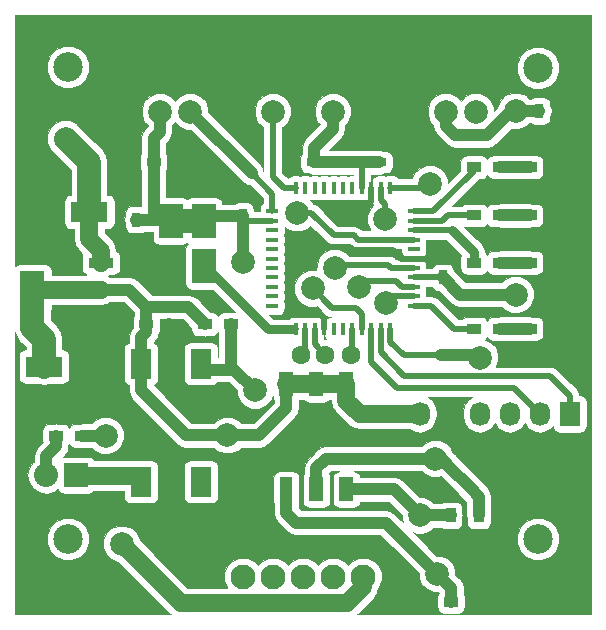
<source format=gtl>
G04 #@! TF.FileFunction,Copper,L1,Top,Signal*
%FSLAX46Y46*%
G04 Gerber Fmt 4.6, Leading zero omitted, Abs format (unit mm)*
G04 Created by KiCad (PCBNEW 4.0.0-rc1-stable) date 15.2.2016 17:04:42*
%MOMM*%
G01*
G04 APERTURE LIST*
%ADD10C,0.100000*%
%ADD11C,2.100000*%
%ADD12R,2.032000X2.032000*%
%ADD13O,2.032000X2.032000*%
%ADD14C,3.000000*%
%ADD15C,2.000000*%
%ADD16R,1.727200X2.032000*%
%ADD17O,1.727200X2.032000*%
%ADD18C,2.500000*%
%ADD19R,1.780000X2.500000*%
%ADD20R,0.449580X1.000000*%
%ADD21R,1.000000X0.449580*%
%ADD22R,2.150000X0.950000*%
%ADD23R,2.150000X3.250000*%
%ADD24R,1.200000X0.900000*%
%ADD25R,1.200000X0.750000*%
%ADD26R,0.750000X1.200000*%
%ADD27R,3.149600X1.800860*%
%ADD28R,2.000000X2.900000*%
%ADD29R,0.900000X1.200000*%
%ADD30R,1.200000X2.000000*%
%ADD31R,1.100000X2.000000*%
%ADD32C,1.600000*%
%ADD33C,0.500000*%
%ADD34C,1.000000*%
%ADD35C,1.500000*%
%ADD36C,2.000000*%
%ADD37C,0.750000*%
G04 APERTURE END LIST*
D10*
D11*
X-5080000Y-22170000D03*
X-5080000Y-19630000D03*
X-2540000Y-22170000D03*
X-2540000Y-19630000D03*
X0Y-22170000D03*
X0Y-19630000D03*
X2540000Y-22170000D03*
X2540000Y-19630000D03*
X5080000Y-22170000D03*
X5080000Y-19630000D03*
X-7620000Y-22170000D03*
D12*
X-19200000Y-13600000D03*
D13*
X-21740000Y-13600000D03*
D14*
X-8290000Y20950000D03*
D15*
X-9560000Y17200000D03*
X-12100000Y17200000D03*
X-14640000Y17200000D03*
D14*
X-15910000Y20950000D03*
X3810000Y20950000D03*
D15*
X2540000Y17200000D03*
X0Y17200000D03*
X-2540000Y17200000D03*
D14*
X-3810000Y20950000D03*
X15910000Y20950000D03*
D15*
X14640000Y17200000D03*
X12100000Y17200000D03*
X9560000Y17200000D03*
D14*
X8290000Y20950000D03*
D16*
X22600000Y-8400000D03*
D17*
X20060000Y-8400000D03*
X17520000Y-8400000D03*
X14980000Y-8400000D03*
X12440000Y-8400000D03*
X9900000Y-8400000D03*
D18*
X-19890000Y20990000D03*
X19900000Y20900000D03*
X-19900000Y-19000000D03*
D19*
X-8620000Y-14140000D03*
X-11160000Y-14140000D03*
X-13700000Y-14140000D03*
X-8620000Y-4150000D03*
X-11160000Y-4150000D03*
X-13700000Y-4150000D03*
D20*
X-600000Y-1250000D03*
X197560Y-1250000D03*
X997660Y-1250000D03*
X1797760Y-1250000D03*
X2597860Y-1250000D03*
X3397960Y-1250000D03*
X4198060Y-1250000D03*
X4998160Y-1250000D03*
X5798260Y-1250000D03*
X6598360Y-1250000D03*
X7398460Y-1250000D03*
D21*
X9399980Y748980D03*
X9399980Y1549080D03*
X9399980Y2349180D03*
X9399980Y3149280D03*
X9399980Y3949380D03*
X9399980Y4749480D03*
X9399980Y5549580D03*
X9399980Y6349680D03*
X9399980Y7149780D03*
X9399980Y7949880D03*
X9399980Y8749980D03*
D20*
X7398460Y10748960D03*
X6598360Y10748960D03*
X5798260Y10748960D03*
X4998160Y10748960D03*
X4198060Y10748960D03*
X3397960Y10748960D03*
X2597860Y10748960D03*
X1797760Y10748960D03*
X997660Y10748960D03*
X197560Y10748960D03*
X-600000Y10748960D03*
D21*
X-2598980Y8749980D03*
X-2598980Y7949880D03*
X-2598980Y7149780D03*
X-2598980Y6349680D03*
X-2598980Y5549580D03*
X-2598980Y4749480D03*
X-2598980Y3949380D03*
X-2598980Y3149280D03*
X-2598980Y2349180D03*
X-2598980Y1549080D03*
X-2598980Y748980D03*
D22*
X-17100000Y4400000D03*
X-17100000Y-200000D03*
X-17100000Y2100000D03*
D23*
X-22900000Y2100000D03*
D24*
X-8300000Y-800000D03*
X-6100000Y-800000D03*
X-18700000Y-10250000D03*
X-20900000Y-10250000D03*
D25*
X-11350000Y-800000D03*
X-13250000Y-800000D03*
D26*
X20000000Y17250000D03*
X20000000Y15350000D03*
D25*
X6450000Y12900000D03*
X8350000Y12900000D03*
X-12650000Y12900000D03*
X-14550000Y12900000D03*
D26*
X-14100000Y6150000D03*
X-14100000Y8050000D03*
D27*
X-17674020Y-4400000D03*
X-21925980Y-4400000D03*
D26*
X-5100000Y10250000D03*
X-5100000Y8350000D03*
D25*
X-950000Y12900000D03*
X950000Y12900000D03*
D26*
X11850000Y5050000D03*
X11850000Y3150000D03*
D27*
X-22325980Y8700000D03*
X-18074020Y8700000D03*
D28*
X-8410000Y7940000D03*
X-8400000Y4120000D03*
X-11180000Y4120000D03*
X-11170000Y7950000D03*
D18*
X19900000Y-19000000D03*
D24*
X19200000Y4400000D03*
X21400000Y4400000D03*
X19200000Y8400000D03*
X21400000Y8400000D03*
X19200000Y12500000D03*
X21400000Y12500000D03*
X16700000Y4400000D03*
X14500000Y4400000D03*
X16700000Y8400000D03*
X14500000Y8400000D03*
X16700000Y12500000D03*
X14500000Y12500000D03*
X19200000Y-1200000D03*
X21400000Y-1200000D03*
X16700000Y-1200000D03*
X14500000Y-1200000D03*
X14750000Y-24300000D03*
X12550000Y-24300000D03*
D29*
X14900000Y-19200000D03*
X14900000Y-17000000D03*
X12500000Y-19200000D03*
X12500000Y-17000000D03*
D30*
X3680000Y-14800000D03*
X3680000Y-5900000D03*
X1140000Y-5900000D03*
X-1400000Y-5900000D03*
X1140000Y-14800000D03*
D31*
X-1400000Y-14800000D03*
D15*
X3460000Y8460000D03*
X600000Y6190000D03*
X-8100000Y12600000D03*
X-13575000Y4475000D03*
X-15350000Y-19400000D03*
X-20100000Y14900000D03*
X-16700000Y-10250000D03*
X-5100000Y4500000D03*
X-6400000Y-10200000D03*
X18000000Y1700000D03*
X18000000Y17250000D03*
D32*
X-200000Y-3400000D03*
D15*
X820000Y2230000D03*
D32*
X4100000Y-3400000D03*
X1900000Y-3400000D03*
D15*
X6960000Y8100000D03*
X15000000Y-3650000D03*
X-500000Y8600000D03*
X-4050000Y-6400000D03*
X10750000Y11100000D03*
X11350000Y-21950000D03*
X4760000Y2350000D03*
X11200000Y-12200000D03*
X7020000Y1000000D03*
X9900000Y-17000000D03*
X2700000Y3980000D03*
D33*
X5798260Y9548260D02*
X5798260Y10748960D01*
X3460000Y8460000D02*
X4710000Y8460000D01*
X4710000Y8460000D02*
X5798260Y9548260D01*
X600000Y6190000D02*
X1440000Y6190000D01*
X6050000Y5450000D02*
X4260000Y5450000D01*
X8300520Y4749480D02*
X9399980Y4749480D01*
X7600000Y5450000D02*
X6050000Y5450000D01*
X8300520Y4749480D02*
X7600000Y5450000D01*
X3990000Y5720000D02*
X4260000Y5450000D01*
X1910000Y5720000D02*
X3990000Y5720000D01*
X1440000Y6190000D02*
X1910000Y5720000D01*
X600000Y6190000D02*
X600000Y6130000D01*
X600000Y6130000D02*
X-1130000Y4400000D01*
X-1130000Y1110000D02*
X-1130000Y4400000D01*
X1797760Y-1250000D02*
X1797760Y-257760D01*
X1797760Y-257760D02*
X1260000Y280000D01*
X1260000Y280000D02*
X-300000Y280000D01*
X-300000Y280000D02*
X-1130000Y1110000D01*
X-1130000Y4380000D02*
X-1130000Y4400000D01*
X820000Y6410000D02*
X600000Y6190000D01*
D34*
X-7620000Y-19630000D02*
X-7620000Y-22170000D01*
D33*
X9399460Y4750000D02*
X9399980Y4749480D01*
D34*
X-5750000Y10250000D02*
X-8100000Y12600000D01*
X-5100000Y10250000D02*
X-5750000Y10250000D01*
D33*
X9399980Y4749480D02*
X11549480Y4749480D01*
X11549480Y4749480D02*
X11850000Y5050000D01*
D34*
X21400000Y4400000D02*
X21400000Y-1200000D01*
X21400000Y8400000D02*
X21400000Y6300000D01*
X21400000Y6300000D02*
X21400000Y4400000D01*
X21400000Y12500000D02*
X21400000Y8400000D01*
X21400000Y12500000D02*
X21400000Y15350000D01*
X21400000Y15350000D02*
X21650000Y15350000D01*
X12440000Y-8400000D02*
X12440000Y-9640000D01*
X16400000Y-19200000D02*
X14900000Y-19200000D01*
X17200000Y-18400000D02*
X16400000Y-19200000D01*
X17200000Y-14400000D02*
X17200000Y-18400000D01*
X12440000Y-9640000D02*
X17200000Y-14400000D01*
X14900000Y-19200000D02*
X14900000Y-24150000D01*
X14900000Y-24150000D02*
X14750000Y-24300000D01*
X14900000Y-19200000D02*
X12500000Y-19200000D01*
X2540000Y-19630000D02*
X5080000Y-19630000D01*
X0Y-19630000D02*
X2540000Y-19630000D01*
X-2540000Y-19630000D02*
X0Y-19630000D01*
X-5080000Y-19630000D02*
X-2540000Y-19630000D01*
X-11160000Y-13640000D02*
X-11160000Y-17340000D01*
X-8870000Y-19630000D02*
X-7620000Y-19630000D01*
X-7620000Y-19630000D02*
X-5080000Y-19630000D01*
X-11160000Y-17340000D02*
X-8870000Y-19630000D01*
X-17674020Y-4400000D02*
X-17674020Y-5775980D01*
X-11160000Y-12290000D02*
X-11160000Y-13640000D01*
X-17674020Y-5775980D02*
X-11160000Y-12290000D01*
X-11350000Y-800000D02*
X-11350000Y-4460000D01*
X-11350000Y-4460000D02*
X-11160000Y-4650000D01*
X-14100000Y6150000D02*
X-14100000Y5000000D01*
X-13220000Y4120000D02*
X-11180000Y4120000D01*
X-14100000Y5000000D02*
X-13575000Y4475000D01*
X-13575000Y4475000D02*
X-13220000Y4120000D01*
D35*
X-17100000Y-200000D02*
X-17100000Y-1800000D01*
X-17674020Y-2374020D02*
X-17674020Y-4400000D01*
X-17100000Y-1800000D02*
X-17674020Y-2374020D01*
D36*
X-22640000Y14900000D02*
X-22640000Y9014020D01*
X-22640000Y9014020D02*
X-22325980Y8700000D01*
D34*
X-22640000Y14900000D02*
X-22640000Y22260000D01*
X-18560000Y23600000D02*
X-15910000Y20950000D01*
X-21300000Y23600000D02*
X-18560000Y23600000D01*
X-22640000Y22260000D02*
X-21300000Y23600000D01*
X0Y17200000D02*
X0Y20950000D01*
X0Y20950000D02*
X0Y20900000D01*
X0Y20900000D02*
X0Y20950000D01*
X8290000Y20950000D02*
X8290000Y18470000D01*
X8290000Y18470000D02*
X9560000Y17200000D01*
X15910000Y20950000D02*
X15910000Y23410000D01*
X21650000Y15350000D02*
X20000000Y15350000D01*
X22600000Y16300000D02*
X21650000Y15350000D01*
X22600000Y23000000D02*
X22600000Y16300000D01*
X21400000Y24200000D02*
X22600000Y23000000D01*
X16700000Y24200000D02*
X21400000Y24200000D01*
X15910000Y23410000D02*
X16700000Y24200000D01*
X9560000Y17200000D02*
X9560000Y15560000D01*
X9560000Y15560000D02*
X8350000Y14350000D01*
X8350000Y14350000D02*
X8350000Y12900000D01*
X0Y17200000D02*
X0Y15700000D01*
X0Y15700000D02*
X-950000Y14750000D01*
X-950000Y14750000D02*
X-950000Y12900000D01*
X8290000Y20950000D02*
X15910000Y20950000D01*
X3810000Y20950000D02*
X8290000Y20950000D01*
X-3810000Y20950000D02*
X0Y20950000D01*
X0Y20950000D02*
X3810000Y20950000D01*
X-8290000Y20950000D02*
X-3810000Y20950000D01*
X-15910000Y20950000D02*
X-8290000Y20950000D01*
X-15910000Y20950000D02*
X-15910000Y18470000D01*
X-15910000Y18470000D02*
X-14640000Y17200000D01*
X-14640000Y17200000D02*
X-14640000Y12990000D01*
X-14640000Y12990000D02*
X-14550000Y12900000D01*
X-11150000Y-4640000D02*
X-11160000Y-4650000D01*
D35*
X5080000Y-22170000D02*
X5080000Y-23070000D01*
X-10350000Y-24400000D02*
X-15350000Y-19400000D01*
X3750000Y-24400000D02*
X-10350000Y-24400000D01*
X5080000Y-23070000D02*
X3750000Y-24400000D01*
D36*
X-18100000Y8725980D02*
X-18100000Y12900000D01*
X-20100000Y14900000D02*
X-18100000Y12900000D01*
D34*
X-16700000Y-10250000D02*
X-18700000Y-10250000D01*
D35*
X-17100000Y4400000D02*
X-17100000Y5400000D01*
X-18074020Y6374020D02*
X-18074020Y8700000D01*
X-17100000Y5400000D02*
X-18074020Y6374020D01*
D36*
X-18100000Y8725980D02*
X-18074020Y8700000D01*
D34*
X-5100000Y4500000D02*
X-5100000Y8350000D01*
X13300000Y1700000D02*
X18000000Y1700000D01*
X11850000Y3150000D02*
X13300000Y1700000D01*
X18000000Y17250000D02*
X17650000Y17250000D01*
X-13700000Y-4650000D02*
X-13700000Y-6400000D01*
X-13700000Y-6400000D02*
X-9900000Y-10200000D01*
X-9900000Y-10200000D02*
X-6400000Y-10200000D01*
X-6400000Y-10200000D02*
X-3700000Y-10200000D01*
X-1400000Y-7900000D02*
X-1400000Y-5900000D01*
X-3700000Y-10200000D02*
X-1400000Y-7900000D01*
D33*
X4998160Y10748960D02*
X4998160Y12900000D01*
X4900000Y12750000D02*
X4900000Y12900000D01*
X4900000Y12801840D02*
X4900000Y12750000D01*
X4998160Y12900000D02*
X4900000Y12801840D01*
X9399980Y3149280D02*
X11849280Y3149280D01*
X11849280Y3149280D02*
X11850000Y3150000D01*
D35*
X9900000Y-8400000D02*
X4800000Y-8400000D01*
X3680000Y-7280000D02*
X3680000Y-5900000D01*
X4800000Y-8400000D02*
X3680000Y-7280000D01*
X1140000Y-5900000D02*
X3680000Y-5900000D01*
X-1400000Y-5900000D02*
X1140000Y-5900000D01*
D34*
X950000Y12900000D02*
X4900000Y12900000D01*
X4900000Y12900000D02*
X6450000Y12900000D01*
D33*
X-2598980Y7949880D02*
X-4699880Y7949880D01*
X-4699880Y7949880D02*
X-5100000Y8350000D01*
D34*
X-13250000Y650000D02*
X-9750000Y650000D01*
X-9750000Y650000D02*
X-8300000Y-800000D01*
X-13250000Y-800000D02*
X-13250000Y-1450000D01*
X-13700000Y-1900000D02*
X-13700000Y-4650000D01*
X-13250000Y-1450000D02*
X-13700000Y-1900000D01*
X-17100000Y2100000D02*
X-14700000Y2100000D01*
X-13250000Y650000D02*
X-13250000Y-800000D01*
X-14700000Y2100000D02*
X-13250000Y650000D01*
X-12650000Y12900000D02*
X-12650000Y8050000D01*
X-12700000Y8100000D02*
X-12700000Y8050000D01*
X-12650000Y8050000D02*
X-12700000Y8100000D01*
X-5100000Y8350000D02*
X-8000000Y8350000D01*
X-8000000Y8350000D02*
X-8410000Y7940000D01*
X-14100000Y8050000D02*
X-12700000Y8050000D01*
X-12700000Y8050000D02*
X-11270000Y8050000D01*
X-11270000Y8050000D02*
X-11170000Y7950000D01*
D36*
X-11170000Y7950000D02*
X-8420000Y7950000D01*
X-8420000Y7950000D02*
X-8410000Y7940000D01*
X-22900000Y2100000D02*
X-22900000Y-1100000D01*
X-21925980Y-2074020D02*
X-21925980Y-4400000D01*
X-22900000Y-1100000D02*
X-21925980Y-2074020D01*
D35*
X-17100000Y2100000D02*
X-22900000Y2100000D01*
D34*
X12100000Y17200000D02*
X12100000Y16000000D01*
X15600000Y15200000D02*
X17650000Y17250000D01*
X12900000Y15200000D02*
X15600000Y15200000D01*
X12100000Y16000000D02*
X12900000Y15200000D01*
X17650000Y17250000D02*
X20000000Y17250000D01*
X2540000Y17200000D02*
X2540000Y15740000D01*
X950000Y14150000D02*
X950000Y12900000D01*
X2540000Y15740000D02*
X950000Y14150000D01*
X-12100000Y17200000D02*
X-12100000Y15500000D01*
X-12650000Y14950000D02*
X-12650000Y12900000D01*
X-12100000Y15500000D02*
X-12650000Y14950000D01*
D33*
X197560Y-1250000D02*
X197560Y-3002440D01*
X197560Y-3002440D02*
X-200000Y-3400000D01*
X820000Y2230000D02*
X2040000Y1010000D01*
X2460000Y580000D02*
X4480000Y580000D01*
X2040000Y1000000D02*
X2460000Y580000D01*
X2040000Y1010000D02*
X2040000Y1000000D01*
X4470000Y590000D02*
X4480000Y580000D01*
X4480000Y580000D02*
X5000000Y60000D01*
X5000000Y-1248160D02*
X5000000Y60000D01*
X5000000Y-1248160D02*
X4998160Y-1250000D01*
X4198060Y-3301940D02*
X4198060Y-1250000D01*
X4198060Y-3301940D02*
X4100000Y-3400000D01*
X997660Y-1250000D02*
X997660Y-2497660D01*
X997660Y-2497660D02*
X1900000Y-3400000D01*
X6598360Y-1250000D02*
X6598360Y-3198360D01*
X22600000Y-6900000D02*
X22600000Y-8400000D01*
X20900000Y-5200000D02*
X22600000Y-6900000D01*
X8600000Y-5200000D02*
X20900000Y-5200000D01*
X6598360Y-3198360D02*
X8600000Y-5200000D01*
X5798260Y-1250000D02*
X5798260Y-3998260D01*
X17860000Y-6200000D02*
X20060000Y-8400000D01*
X8000000Y-6200000D02*
X17860000Y-6200000D01*
X5798260Y-3998260D02*
X8000000Y-6200000D01*
X6598360Y9751640D02*
X6960000Y9390000D01*
X6960000Y9390000D02*
X6960000Y8100000D01*
X6598360Y10748960D02*
X6598360Y9751640D01*
X7398460Y-1250000D02*
X7398460Y-2298460D01*
D34*
X14800000Y-3450000D02*
X15000000Y-3650000D01*
X11650000Y-3450000D02*
X14800000Y-3450000D01*
D33*
X8550000Y-3450000D02*
X11650000Y-3450000D01*
X7398460Y-2298460D02*
X8550000Y-3450000D01*
D34*
X15000000Y-3650000D02*
X14950000Y-3650000D01*
D37*
X-850000Y-1250000D02*
X-2950000Y-1250000D01*
D33*
X-600000Y-1250000D02*
X-850000Y-1250000D01*
D37*
X-2950000Y-1250000D02*
X-8320000Y4120000D01*
X-8320000Y4120000D02*
X-8400000Y4120000D01*
D33*
X-2540000Y17200000D02*
X-2540000Y11690000D01*
X-1598960Y10748960D02*
X-600000Y10748960D01*
X-2540000Y11690000D02*
X-1598960Y10748960D01*
D35*
X-13700000Y-13640000D02*
X-19160000Y-13640000D01*
X-19160000Y-13640000D02*
X-19200000Y-13600000D01*
D34*
X-13890000Y-13450000D02*
X-13700000Y-13640000D01*
X-20900000Y-10250000D02*
X-20900000Y-11150000D01*
X-21740000Y-11990000D02*
X-21740000Y-13600000D01*
X-20900000Y-11150000D02*
X-21740000Y-11990000D01*
D33*
X6550320Y6349680D02*
X4680320Y6349680D01*
X9399980Y6349680D02*
X6550320Y6349680D01*
X2590000Y6720000D02*
X710000Y8600000D01*
X4310000Y6720000D02*
X2590000Y6720000D01*
X4680320Y6349680D02*
X4310000Y6720000D01*
X710000Y8600000D02*
X-500000Y8600000D01*
D34*
X-4050000Y-6400000D02*
X-5800000Y-4650000D01*
X-6100000Y-800000D02*
X-6100000Y-4350000D01*
X-6100000Y-4350000D02*
X-5800000Y-4650000D01*
X-8620000Y-4650000D02*
X-5800000Y-4650000D01*
D33*
X10398960Y10748960D02*
X10750000Y11100000D01*
X7398460Y10748960D02*
X10398960Y10748960D01*
X-4350000Y11990000D02*
X-4340000Y11990000D01*
D34*
X-9560000Y17200000D02*
X-4350000Y11990000D01*
D33*
X-2598980Y10098980D02*
X-2598980Y8749980D01*
X-2598980Y10248980D02*
X-2598980Y10098980D01*
X-4340000Y11990000D02*
X-2598980Y10248980D01*
D34*
X16700000Y4400000D02*
X19200000Y4400000D01*
X16700000Y8400000D02*
X19200000Y8400000D01*
X16700000Y12500000D02*
X19200000Y12500000D01*
X16700000Y-1200000D02*
X19200000Y-1200000D01*
D33*
X9399980Y748980D02*
X10851020Y748980D01*
X12800000Y-1200000D02*
X14500000Y-1200000D01*
X10851020Y748980D02*
X12800000Y-1200000D01*
X5220000Y2810000D02*
X4760000Y2350000D01*
X8350820Y2349180D02*
X7890000Y2810000D01*
X8350820Y2349180D02*
X9399980Y2349180D01*
X7890000Y2810000D02*
X5220000Y2810000D01*
D34*
X-1400000Y-14800000D02*
X-1400000Y-16800000D01*
X12550000Y-23150000D02*
X12550000Y-24300000D01*
X7000000Y-17600000D02*
X11350000Y-21950000D01*
X11350000Y-21950000D02*
X12550000Y-23150000D01*
X-600000Y-17600000D02*
X7000000Y-17600000D01*
X-1400000Y-16800000D02*
X-600000Y-17600000D01*
D33*
X7569080Y1549080D02*
X7020000Y1000000D01*
X8099080Y1549080D02*
X9399980Y1549080D01*
X8099080Y1549080D02*
X7569080Y1549080D01*
D34*
X14200000Y-14700000D02*
X12200000Y-12700000D01*
X1140000Y-13010000D02*
X1950000Y-12200000D01*
X1950000Y-12200000D02*
X8900000Y-12200000D01*
X14200000Y-14700000D02*
X14900000Y-15400000D01*
X14900000Y-17000000D02*
X14900000Y-15400000D01*
X1140000Y-13010000D02*
X1140000Y-14800000D01*
X11750000Y-12200000D02*
X11200000Y-12200000D01*
X11200000Y-12200000D02*
X8900000Y-12200000D01*
X12200000Y-12650000D02*
X11750000Y-12200000D01*
X12200000Y-12700000D02*
X12200000Y-12650000D01*
D33*
X2920000Y4200000D02*
X2700000Y3980000D01*
X7450620Y3949380D02*
X9399980Y3949380D01*
X7450620Y3949380D02*
X7200000Y4200000D01*
X4470000Y4200000D02*
X7200000Y4200000D01*
X4470000Y4200000D02*
X2920000Y4200000D01*
D34*
X3680000Y-14800000D02*
X7700000Y-14800000D01*
X9900000Y-17000000D02*
X11000000Y-17000000D01*
X11000000Y-17000000D02*
X12500000Y-17000000D01*
X7700000Y-14800000D02*
X9900000Y-17000000D01*
D33*
X9399980Y7149780D02*
X12650220Y7149780D01*
D37*
X14500000Y5300000D02*
X14500000Y4400000D01*
X12650220Y7149780D02*
X14500000Y5300000D01*
D33*
X9399980Y7949880D02*
X11799880Y7949880D01*
X12250000Y8400000D02*
X14500000Y8400000D01*
X11799880Y7949880D02*
X12250000Y8400000D01*
X10749980Y8749980D02*
X11049980Y8749980D01*
X9399980Y8749980D02*
X10749980Y8749980D01*
X11049980Y8749980D02*
X14500000Y12200000D01*
X14500000Y12200000D02*
X14500000Y12500000D01*
D10*
G36*
X24375000Y-25375000D02*
X4585787Y-25375000D01*
X4669239Y-25319239D01*
X5999239Y-23989239D01*
X6281043Y-23567489D01*
X6364354Y-23148655D01*
X6435623Y-23077511D01*
X6679722Y-22489656D01*
X6680277Y-21853137D01*
X6437205Y-21264857D01*
X5987511Y-20814377D01*
X5399656Y-20570278D01*
X4763137Y-20569723D01*
X4174857Y-20812795D01*
X3809758Y-21177257D01*
X3447511Y-20814377D01*
X2859656Y-20570278D01*
X2223137Y-20569723D01*
X1634857Y-20812795D01*
X1269758Y-21177257D01*
X907511Y-20814377D01*
X319656Y-20570278D01*
X-316863Y-20569723D01*
X-905143Y-20812795D01*
X-1270242Y-21177257D01*
X-1632489Y-20814377D01*
X-2220344Y-20570278D01*
X-2856863Y-20569723D01*
X-3445143Y-20812795D01*
X-3810242Y-21177257D01*
X-4172489Y-20814377D01*
X-4760344Y-20570278D01*
X-5396863Y-20569723D01*
X-5985143Y-20812795D01*
X-6435623Y-21262489D01*
X-6679722Y-21850344D01*
X-6680277Y-22486863D01*
X-6437205Y-23075143D01*
X-6412391Y-23100000D01*
X-9811522Y-23100000D01*
X-13799748Y-19111774D01*
X-13799732Y-19093039D01*
X-14035208Y-18523143D01*
X-14470849Y-18086740D01*
X-15040333Y-17850270D01*
X-15656961Y-17849732D01*
X-16226857Y-18085208D01*
X-16663260Y-18520849D01*
X-16899730Y-19090333D01*
X-16900268Y-19706961D01*
X-16664792Y-20276857D01*
X-16229151Y-20713260D01*
X-15659667Y-20949730D01*
X-15638730Y-20949748D01*
X-11269239Y-25319239D01*
X-11185786Y-25375000D01*
X-24375000Y-25375000D01*
X-24375000Y-19356471D01*
X-21700312Y-19356471D01*
X-21426855Y-20018286D01*
X-20920949Y-20525076D01*
X-20259613Y-20799687D01*
X-19543529Y-20800312D01*
X-18881714Y-20526855D01*
X-18374924Y-20020949D01*
X-18100313Y-19359613D01*
X-18099688Y-18643529D01*
X-18373145Y-17981714D01*
X-18879051Y-17474924D01*
X-19540387Y-17200313D01*
X-20256471Y-17199688D01*
X-20918286Y-17473145D01*
X-21425076Y-17979051D01*
X-21699687Y-18640387D01*
X-21700312Y-19356471D01*
X-24375000Y-19356471D01*
X-24375000Y-13600000D01*
X-23336680Y-13600000D01*
X-23217475Y-14199282D01*
X-22878009Y-14707329D01*
X-22369962Y-15046795D01*
X-21770680Y-15166000D01*
X-21709320Y-15166000D01*
X-21110038Y-15046795D01*
X-20741989Y-14800873D01*
X-20738424Y-14819818D01*
X-20617968Y-15007012D01*
X-20434173Y-15132594D01*
X-20216000Y-15176775D01*
X-18184000Y-15176775D01*
X-17980182Y-15138424D01*
X-17792988Y-15017968D01*
X-17739715Y-14940000D01*
X-15150775Y-14940000D01*
X-15150775Y-15390000D01*
X-15112424Y-15593818D01*
X-14991968Y-15781012D01*
X-14808173Y-15906594D01*
X-14590000Y-15950775D01*
X-12810000Y-15950775D01*
X-12606182Y-15912424D01*
X-12418988Y-15791968D01*
X-12293406Y-15608173D01*
X-12249225Y-15390000D01*
X-12249225Y-12890000D01*
X-10070775Y-12890000D01*
X-10070775Y-15390000D01*
X-10032424Y-15593818D01*
X-9911968Y-15781012D01*
X-9728173Y-15906594D01*
X-9510000Y-15950775D01*
X-7730000Y-15950775D01*
X-7526182Y-15912424D01*
X-7338988Y-15791968D01*
X-7213406Y-15608173D01*
X-7169225Y-15390000D01*
X-7169225Y-13800000D01*
X-2510775Y-13800000D01*
X-2510775Y-15800000D01*
X-2472424Y-16003818D01*
X-2450000Y-16038666D01*
X-2450000Y-16800000D01*
X-2370074Y-17201818D01*
X-2142462Y-17542462D01*
X-1342462Y-18342462D01*
X-1001818Y-18570074D01*
X-600000Y-18650000D01*
X6565076Y-18650000D01*
X9800057Y-21884981D01*
X9799732Y-22256961D01*
X10035208Y-22826857D01*
X10470849Y-23263260D01*
X11040333Y-23499730D01*
X11415133Y-23500057D01*
X11479477Y-23564401D01*
X11433406Y-23631827D01*
X11389225Y-23850000D01*
X11389225Y-24750000D01*
X11427576Y-24953818D01*
X11548032Y-25141012D01*
X11731827Y-25266594D01*
X11950000Y-25310775D01*
X12352801Y-25310775D01*
X12550000Y-25350000D01*
X12747199Y-25310775D01*
X13150000Y-25310775D01*
X13353818Y-25272424D01*
X13541012Y-25151968D01*
X13666594Y-24968173D01*
X13710775Y-24750000D01*
X13710775Y-23850000D01*
X13672424Y-23646182D01*
X13600000Y-23533632D01*
X13600000Y-23150000D01*
X13520074Y-22748182D01*
X13292462Y-22407538D01*
X12899943Y-22015019D01*
X12900268Y-21643039D01*
X12664792Y-21073143D01*
X12229151Y-20636740D01*
X11659667Y-20400270D01*
X11284867Y-20399943D01*
X10241395Y-19356471D01*
X18099688Y-19356471D01*
X18373145Y-20018286D01*
X18879051Y-20525076D01*
X19540387Y-20799687D01*
X20256471Y-20800312D01*
X20918286Y-20526855D01*
X21425076Y-20020949D01*
X21699687Y-19359613D01*
X21700312Y-18643529D01*
X21426855Y-17981714D01*
X20920949Y-17474924D01*
X20259613Y-17200313D01*
X19543529Y-17199688D01*
X18881714Y-17473145D01*
X18374924Y-17979051D01*
X18100313Y-18640387D01*
X18099688Y-19356471D01*
X10241395Y-19356471D01*
X9324108Y-18439184D01*
X9590333Y-18549730D01*
X10206961Y-18550268D01*
X10776857Y-18314792D01*
X11042112Y-18050000D01*
X11734364Y-18050000D01*
X11831827Y-18116594D01*
X12050000Y-18160775D01*
X12950000Y-18160775D01*
X13153818Y-18122424D01*
X13341012Y-18001968D01*
X13466594Y-17818173D01*
X13510775Y-17600000D01*
X13510775Y-17197199D01*
X13550000Y-17000000D01*
X13510775Y-16802801D01*
X13510775Y-16400000D01*
X13472424Y-16196182D01*
X13351968Y-16008988D01*
X13168173Y-15883406D01*
X12950000Y-15839225D01*
X12050000Y-15839225D01*
X11846182Y-15877576D01*
X11733632Y-15950000D01*
X11041951Y-15950000D01*
X10779151Y-15686740D01*
X10209667Y-15450270D01*
X9834867Y-15449943D01*
X8442462Y-14057538D01*
X8101818Y-13829926D01*
X7700000Y-13750000D01*
X4831367Y-13750000D01*
X4802424Y-13596182D01*
X4681968Y-13408988D01*
X4498173Y-13283406D01*
X4333209Y-13250000D01*
X10058049Y-13250000D01*
X10320849Y-13513260D01*
X10890333Y-13749730D01*
X11506961Y-13750268D01*
X11689798Y-13674722D01*
X13850000Y-15834924D01*
X13850000Y-17000000D01*
X13889225Y-17197199D01*
X13889225Y-17600000D01*
X13927576Y-17803818D01*
X14048032Y-17991012D01*
X14231827Y-18116594D01*
X14450000Y-18160775D01*
X15350000Y-18160775D01*
X15553818Y-18122424D01*
X15741012Y-18001968D01*
X15866594Y-17818173D01*
X15910775Y-17600000D01*
X15910775Y-17197199D01*
X15950000Y-17000000D01*
X15950000Y-15400000D01*
X15870074Y-14998182D01*
X15642462Y-14657538D01*
X13043147Y-12058223D01*
X12942462Y-11907538D01*
X12625147Y-11590223D01*
X12514792Y-11323143D01*
X12079151Y-10886740D01*
X11509667Y-10650270D01*
X10893039Y-10649732D01*
X10323143Y-10885208D01*
X10057888Y-11150000D01*
X1950000Y-11150000D01*
X1548182Y-11229926D01*
X1207538Y-11457538D01*
X397538Y-12267538D01*
X169926Y-12608182D01*
X90000Y-13010000D01*
X90000Y-13484364D01*
X23406Y-13581827D01*
X-20775Y-13800000D01*
X-20775Y-15800000D01*
X17576Y-16003818D01*
X138032Y-16191012D01*
X321827Y-16316594D01*
X540000Y-16360775D01*
X1740000Y-16360775D01*
X1943818Y-16322424D01*
X2131012Y-16201968D01*
X2256594Y-16018173D01*
X2300775Y-15800000D01*
X2300775Y-13800000D01*
X2262424Y-13596182D01*
X2190000Y-13483632D01*
X2190000Y-13444924D01*
X2384924Y-13250000D01*
X3022736Y-13250000D01*
X2876182Y-13277576D01*
X2688988Y-13398032D01*
X2563406Y-13581827D01*
X2519225Y-13800000D01*
X2519225Y-15800000D01*
X2557576Y-16003818D01*
X2678032Y-16191012D01*
X2861827Y-16316594D01*
X3080000Y-16360775D01*
X4280000Y-16360775D01*
X4483818Y-16322424D01*
X4671012Y-16201968D01*
X4796594Y-16018173D01*
X4830650Y-15850000D01*
X7265076Y-15850000D01*
X8350057Y-16934981D01*
X8349732Y-17306961D01*
X8460877Y-17575953D01*
X7742462Y-16857538D01*
X7401818Y-16629926D01*
X7000000Y-16550000D01*
X-165076Y-16550000D01*
X-350000Y-16365076D01*
X-350000Y-16042459D01*
X-333406Y-16018173D01*
X-289225Y-15800000D01*
X-289225Y-13800000D01*
X-327576Y-13596182D01*
X-448032Y-13408988D01*
X-631827Y-13283406D01*
X-850000Y-13239225D01*
X-1950000Y-13239225D01*
X-2153818Y-13277576D01*
X-2341012Y-13398032D01*
X-2466594Y-13581827D01*
X-2510775Y-13800000D01*
X-7169225Y-13800000D01*
X-7169225Y-12890000D01*
X-7207576Y-12686182D01*
X-7328032Y-12498988D01*
X-7511827Y-12373406D01*
X-7730000Y-12329225D01*
X-9510000Y-12329225D01*
X-9713818Y-12367576D01*
X-9901012Y-12488032D01*
X-10026594Y-12671827D01*
X-10070775Y-12890000D01*
X-12249225Y-12890000D01*
X-12287576Y-12686182D01*
X-12408032Y-12498988D01*
X-12591827Y-12373406D01*
X-12810000Y-12329225D01*
X-14590000Y-12329225D01*
X-14647264Y-12340000D01*
X-17687432Y-12340000D01*
X-17782032Y-12192988D01*
X-17965827Y-12067406D01*
X-18184000Y-12023225D01*
X-20216000Y-12023225D01*
X-20305059Y-12039983D01*
X-20157538Y-11892462D01*
X-19929926Y-11551818D01*
X-19850000Y-11150000D01*
X-19850000Y-11015636D01*
X-19798743Y-10940619D01*
X-19701968Y-11091012D01*
X-19518173Y-11216594D01*
X-19300000Y-11260775D01*
X-18897199Y-11260775D01*
X-18700000Y-11300000D01*
X-17841951Y-11300000D01*
X-17579151Y-11563260D01*
X-17009667Y-11799730D01*
X-16393039Y-11800268D01*
X-15823143Y-11564792D01*
X-15386740Y-11129151D01*
X-15150270Y-10559667D01*
X-15149732Y-9943039D01*
X-15385208Y-9373143D01*
X-15820849Y-8936740D01*
X-16390333Y-8700270D01*
X-17006961Y-8699732D01*
X-17576857Y-8935208D01*
X-17842112Y-9200000D01*
X-18700000Y-9200000D01*
X-18897199Y-9239225D01*
X-19300000Y-9239225D01*
X-19503818Y-9277576D01*
X-19691012Y-9398032D01*
X-19801257Y-9559381D01*
X-19898032Y-9408988D01*
X-20081827Y-9283406D01*
X-20300000Y-9239225D01*
X-20702801Y-9239225D01*
X-20900000Y-9200000D01*
X-21097199Y-9239225D01*
X-21500000Y-9239225D01*
X-21703818Y-9277576D01*
X-21891012Y-9398032D01*
X-22016594Y-9581827D01*
X-22060775Y-9800000D01*
X-22060775Y-10700000D01*
X-22040845Y-10805921D01*
X-22482462Y-11247538D01*
X-22710074Y-11588182D01*
X-22790000Y-11990000D01*
X-22790000Y-12433865D01*
X-22878009Y-12492671D01*
X-23217475Y-13000718D01*
X-23336680Y-13600000D01*
X-24375000Y-13600000D01*
X-24375000Y-1477051D01*
X-24332013Y-1693159D01*
X-23996016Y-2196016D01*
X-23475980Y-2716051D01*
X-23475980Y-2938795D01*
X-23500780Y-2938795D01*
X-23704598Y-2977146D01*
X-23891792Y-3097602D01*
X-24017374Y-3281397D01*
X-24061555Y-3499570D01*
X-24061555Y-5300430D01*
X-24023204Y-5504248D01*
X-23902748Y-5691442D01*
X-23718953Y-5817024D01*
X-23500780Y-5861205D01*
X-22372381Y-5861205D01*
X-21925980Y-5950000D01*
X-21479579Y-5861205D01*
X-20351180Y-5861205D01*
X-20147362Y-5822854D01*
X-19960168Y-5702398D01*
X-19834586Y-5518603D01*
X-19790405Y-5300430D01*
X-19790405Y-3499570D01*
X-19828756Y-3295752D01*
X-19949212Y-3108558D01*
X-20133007Y-2982976D01*
X-20351180Y-2938795D01*
X-20375980Y-2938795D01*
X-20375980Y-2074020D01*
X-20402149Y-1942462D01*
X-20493967Y-1480860D01*
X-20710004Y-1157538D01*
X-20829964Y-978004D01*
X-20829967Y-978002D01*
X-21350000Y-457968D01*
X-21350000Y195952D01*
X-21308406Y256827D01*
X-21264225Y475000D01*
X-21264225Y800000D01*
X-17100000Y800000D01*
X-16602512Y898957D01*
X-16376459Y1050000D01*
X-15134924Y1050000D01*
X-14300000Y215076D01*
X-14300000Y-109364D01*
X-14366594Y-206827D01*
X-14410775Y-425000D01*
X-14410775Y-1125851D01*
X-14442462Y-1157538D01*
X-14670074Y-1498182D01*
X-14750000Y-1900000D01*
X-14750000Y-2369331D01*
X-14793818Y-2377576D01*
X-14981012Y-2498032D01*
X-15106594Y-2681827D01*
X-15150775Y-2900000D01*
X-15150775Y-5400000D01*
X-15112424Y-5603818D01*
X-14991968Y-5791012D01*
X-14808173Y-5916594D01*
X-14750000Y-5928374D01*
X-14750000Y-6400000D01*
X-14670074Y-6801818D01*
X-14442462Y-7142462D01*
X-10642462Y-10942462D01*
X-10301818Y-11170074D01*
X-9900000Y-11250000D01*
X-7541951Y-11250000D01*
X-7279151Y-11513260D01*
X-6709667Y-11749730D01*
X-6093039Y-11750268D01*
X-5523143Y-11514792D01*
X-5257888Y-11250000D01*
X-3700000Y-11250000D01*
X-3298182Y-11170074D01*
X-2957538Y-10942462D01*
X-657538Y-8642462D01*
X-429926Y-8301818D01*
X-350000Y-7900000D01*
X-350000Y-7215636D01*
X-339316Y-7200000D01*
X79467Y-7200000D01*
X138032Y-7291012D01*
X321827Y-7416594D01*
X540000Y-7460775D01*
X1740000Y-7460775D01*
X1943818Y-7422424D01*
X2131012Y-7301968D01*
X2200684Y-7200000D01*
X2380000Y-7200000D01*
X2380000Y-7280000D01*
X2478957Y-7777489D01*
X2760761Y-8199239D01*
X3880761Y-9319239D01*
X4302511Y-9601043D01*
X4800000Y-9700000D01*
X9076067Y-9700000D01*
X9359039Y-9889076D01*
X9900000Y-9996680D01*
X10440961Y-9889076D01*
X10899566Y-9582646D01*
X11205996Y-9124041D01*
X11313600Y-8583080D01*
X11313600Y-8216920D01*
X11205996Y-7675959D01*
X10899566Y-7217354D01*
X10574273Y-7000000D01*
X14305727Y-7000000D01*
X13980434Y-7217354D01*
X13674004Y-7675959D01*
X13566400Y-8216920D01*
X13566400Y-8583080D01*
X13674004Y-9124041D01*
X13980434Y-9582646D01*
X14439039Y-9889076D01*
X14980000Y-9996680D01*
X15520961Y-9889076D01*
X15979566Y-9582646D01*
X16250000Y-9177913D01*
X16520434Y-9582646D01*
X16979039Y-9889076D01*
X17520000Y-9996680D01*
X18060961Y-9889076D01*
X18519566Y-9582646D01*
X18790000Y-9177913D01*
X19060434Y-9582646D01*
X19519039Y-9889076D01*
X20060000Y-9996680D01*
X20600961Y-9889076D01*
X21059566Y-9582646D01*
X21175625Y-9408951D01*
X21175625Y-9416000D01*
X21213976Y-9619818D01*
X21334432Y-9807012D01*
X21518227Y-9932594D01*
X21736400Y-9976775D01*
X23463600Y-9976775D01*
X23667418Y-9938424D01*
X23854612Y-9817968D01*
X23980194Y-9634173D01*
X24024375Y-9416000D01*
X24024375Y-7384000D01*
X23986024Y-7180182D01*
X23865568Y-6992988D01*
X23681773Y-6867406D01*
X23463600Y-6823225D01*
X23384729Y-6823225D01*
X23339104Y-6593853D01*
X23165685Y-6334315D01*
X21465685Y-4634315D01*
X21206147Y-4460896D01*
X20900000Y-4400000D01*
X16366888Y-4400000D01*
X16549730Y-3959667D01*
X16550268Y-3343039D01*
X16314792Y-2773143D01*
X15879151Y-2336740D01*
X15374264Y-2127093D01*
X15491012Y-2051968D01*
X15601257Y-1890619D01*
X15698032Y-2041012D01*
X15881827Y-2166594D01*
X16100000Y-2210775D01*
X16502801Y-2210775D01*
X16700000Y-2250000D01*
X19200000Y-2250000D01*
X19397199Y-2210775D01*
X19800000Y-2210775D01*
X20003818Y-2172424D01*
X20191012Y-2051968D01*
X20316594Y-1868173D01*
X20360775Y-1650000D01*
X20360775Y-750000D01*
X20322424Y-546182D01*
X20201968Y-358988D01*
X20018173Y-233406D01*
X19800000Y-189225D01*
X19397199Y-189225D01*
X19200000Y-150000D01*
X16700000Y-150000D01*
X16502801Y-189225D01*
X16100000Y-189225D01*
X15896182Y-227576D01*
X15708988Y-348032D01*
X15598743Y-509381D01*
X15501968Y-358988D01*
X15318173Y-233406D01*
X15100000Y-189225D01*
X13900000Y-189225D01*
X13696182Y-227576D01*
X13508988Y-348032D01*
X13473480Y-400000D01*
X13131370Y-400000D01*
X11416705Y1314665D01*
X11157167Y1488084D01*
X10851020Y1548980D01*
X10460755Y1548980D01*
X10460755Y1773870D01*
X10426567Y1955564D01*
X10460755Y2124390D01*
X10460755Y2349280D01*
X10951993Y2349280D01*
X10952576Y2346182D01*
X11073032Y2158988D01*
X11256827Y2033406D01*
X11475000Y1989225D01*
X11525851Y1989225D01*
X12557538Y957538D01*
X12898182Y729926D01*
X13300000Y650000D01*
X16858049Y650000D01*
X17120849Y386740D01*
X17690333Y150270D01*
X18306961Y149732D01*
X18876857Y385208D01*
X19313260Y820849D01*
X19549730Y1390333D01*
X19550268Y2006961D01*
X19314792Y2576857D01*
X18879151Y3013260D01*
X18309667Y3249730D01*
X17693039Y3250268D01*
X17123143Y3014792D01*
X16857888Y2750000D01*
X13734924Y2750000D01*
X12785775Y3699149D01*
X12785775Y3750000D01*
X12747424Y3953818D01*
X12626968Y4141012D01*
X12443173Y4266594D01*
X12225000Y4310775D01*
X11475000Y4310775D01*
X11271182Y4272424D01*
X11083988Y4151968D01*
X10958406Y3968173D01*
X10954580Y3949280D01*
X10460755Y3949280D01*
X10460755Y4174170D01*
X10422404Y4377988D01*
X10301948Y4565182D01*
X10118153Y4690764D01*
X9899980Y4734945D01*
X9472550Y4734945D01*
X9399980Y4749380D01*
X7781990Y4749380D01*
X7765685Y4765685D01*
X7506147Y4939104D01*
X7200000Y5000000D01*
X3871899Y5000000D01*
X3579151Y5293260D01*
X3009667Y5529730D01*
X2393039Y5530268D01*
X1823143Y5294792D01*
X1386740Y4859151D01*
X1150270Y4289667D01*
X1149818Y3771363D01*
X1129667Y3779730D01*
X513039Y3780268D01*
X-56857Y3544792D01*
X-493260Y3109151D01*
X-729730Y2539667D01*
X-730268Y1923039D01*
X-494792Y1353143D01*
X-59151Y916740D01*
X510333Y680270D01*
X1126961Y679732D01*
X1206169Y712460D01*
X1454180Y464449D01*
X1474315Y434315D01*
X1894315Y14314D01*
X2153853Y-159104D01*
X2338235Y-195780D01*
X2169252Y-227576D01*
X1982058Y-348032D01*
X1856476Y-531827D01*
X1812295Y-750000D01*
X1812295Y-1750000D01*
X1850646Y-1953818D01*
X1912544Y-2050010D01*
X1797660Y-2049910D01*
X1797660Y-1250000D01*
X1783225Y-1177430D01*
X1783225Y-750000D01*
X1744874Y-546182D01*
X1624418Y-358988D01*
X1440623Y-233406D01*
X1222450Y-189225D01*
X772870Y-189225D01*
X591176Y-223413D01*
X422350Y-189225D01*
X-27230Y-189225D01*
X-207607Y-223165D01*
X-375210Y-189225D01*
X-824790Y-189225D01*
X-1028608Y-227576D01*
X-1180009Y-325000D01*
X-2566852Y-325000D01*
X-2855267Y-36585D01*
X-2098980Y-36585D01*
X-1895162Y1766D01*
X-1707968Y122222D01*
X-1582386Y306017D01*
X-1538205Y524190D01*
X-1538205Y973770D01*
X-1572393Y1155464D01*
X-1538205Y1324290D01*
X-1538205Y1773870D01*
X-1572393Y1955564D01*
X-1538205Y2124390D01*
X-1538205Y2573970D01*
X-1572393Y2755664D01*
X-1538205Y2924490D01*
X-1538205Y3374070D01*
X-1572393Y3555764D01*
X-1538205Y3724590D01*
X-1538205Y4174170D01*
X-1572393Y4355864D01*
X-1538205Y4524690D01*
X-1538205Y4974270D01*
X-1572393Y5155964D01*
X-1538205Y5324790D01*
X-1538205Y5774370D01*
X-1572393Y5956064D01*
X-1538205Y6124890D01*
X-1538205Y6574470D01*
X-1572393Y6756164D01*
X-1538205Y6924990D01*
X-1538205Y7374570D01*
X-1554784Y7462680D01*
X-1379151Y7286740D01*
X-809667Y7050270D01*
X-193039Y7049732D01*
X376857Y7285208D01*
X635365Y7543265D01*
X2024314Y6154315D01*
X2266422Y5992543D01*
X2283853Y5980896D01*
X2590000Y5920000D01*
X3978629Y5920000D01*
X4114635Y5783994D01*
X4374173Y5610576D01*
X4680320Y5549680D01*
X8339205Y5549680D01*
X8339205Y5324790D01*
X8377556Y5120972D01*
X8498012Y4933778D01*
X8681807Y4808196D01*
X8899980Y4764015D01*
X9899980Y4764015D01*
X10103798Y4802366D01*
X10290992Y4922822D01*
X10416574Y5106617D01*
X10460755Y5324790D01*
X10460755Y5774370D01*
X10426567Y5956064D01*
X10460755Y6124890D01*
X10460755Y6349780D01*
X12142072Y6349780D01*
X13399754Y5092098D01*
X13383406Y5068173D01*
X13339225Y4850000D01*
X13339225Y3950000D01*
X13377576Y3746182D01*
X13498032Y3558988D01*
X13681827Y3433406D01*
X13900000Y3389225D01*
X15100000Y3389225D01*
X15303818Y3427576D01*
X15491012Y3548032D01*
X15601257Y3709381D01*
X15698032Y3558988D01*
X15881827Y3433406D01*
X16100000Y3389225D01*
X16502801Y3389225D01*
X16700000Y3350000D01*
X19200000Y3350000D01*
X19397199Y3389225D01*
X19800000Y3389225D01*
X20003818Y3427576D01*
X20191012Y3548032D01*
X20316594Y3731827D01*
X20360775Y3950000D01*
X20360775Y4850000D01*
X20322424Y5053818D01*
X20201968Y5241012D01*
X20018173Y5366594D01*
X19800000Y5410775D01*
X19397199Y5410775D01*
X19200000Y5450000D01*
X16700000Y5450000D01*
X16502801Y5410775D01*
X16100000Y5410775D01*
X15896182Y5372424D01*
X15708988Y5251968D01*
X15598743Y5090619D01*
X15501968Y5241012D01*
X15425000Y5293602D01*
X15425000Y5300000D01*
X15411754Y5366594D01*
X15354589Y5653983D01*
X15154074Y5954074D01*
X13659458Y7448690D01*
X13681827Y7433406D01*
X13900000Y7389225D01*
X15100000Y7389225D01*
X15303818Y7427576D01*
X15491012Y7548032D01*
X15601257Y7709381D01*
X15698032Y7558988D01*
X15881827Y7433406D01*
X16100000Y7389225D01*
X16502801Y7389225D01*
X16700000Y7350000D01*
X19200000Y7350000D01*
X19397199Y7389225D01*
X19800000Y7389225D01*
X20003818Y7427576D01*
X20191012Y7548032D01*
X20316594Y7731827D01*
X20360775Y7950000D01*
X20360775Y8850000D01*
X20322424Y9053818D01*
X20201968Y9241012D01*
X20018173Y9366594D01*
X19800000Y9410775D01*
X19397199Y9410775D01*
X19200000Y9450000D01*
X16700000Y9450000D01*
X16502801Y9410775D01*
X16100000Y9410775D01*
X15896182Y9372424D01*
X15708988Y9251968D01*
X15598743Y9090619D01*
X15501968Y9241012D01*
X15318173Y9366594D01*
X15100000Y9410775D01*
X13900000Y9410775D01*
X13696182Y9372424D01*
X13508988Y9251968D01*
X13473480Y9200000D01*
X12631370Y9200000D01*
X14920595Y11489225D01*
X15100000Y11489225D01*
X15303818Y11527576D01*
X15491012Y11648032D01*
X15601257Y11809381D01*
X15698032Y11658988D01*
X15881827Y11533406D01*
X16100000Y11489225D01*
X16502801Y11489225D01*
X16700000Y11450000D01*
X19200000Y11450000D01*
X19397199Y11489225D01*
X19800000Y11489225D01*
X20003818Y11527576D01*
X20191012Y11648032D01*
X20316594Y11831827D01*
X20360775Y12050000D01*
X20360775Y12950000D01*
X20322424Y13153818D01*
X20201968Y13341012D01*
X20018173Y13466594D01*
X19800000Y13510775D01*
X19397199Y13510775D01*
X19200000Y13550000D01*
X16700000Y13550000D01*
X16502801Y13510775D01*
X16100000Y13510775D01*
X15896182Y13472424D01*
X15708988Y13351968D01*
X15598743Y13190619D01*
X15501968Y13341012D01*
X15318173Y13466594D01*
X15100000Y13510775D01*
X13900000Y13510775D01*
X13696182Y13472424D01*
X13508988Y13351968D01*
X13383406Y13168173D01*
X13339225Y12950000D01*
X13339225Y12170595D01*
X12300028Y11131398D01*
X12300268Y11406961D01*
X12064792Y11976857D01*
X11629151Y12413260D01*
X11059667Y12649730D01*
X10443039Y12650268D01*
X9873143Y12414792D01*
X9436740Y11979151D01*
X9258109Y11548960D01*
X8083783Y11548960D01*
X8025218Y11639972D01*
X7841423Y11765554D01*
X7623250Y11809735D01*
X7173670Y11809735D01*
X6991976Y11775547D01*
X6823150Y11809735D01*
X6373570Y11809735D01*
X6169752Y11771384D01*
X5982558Y11650928D01*
X5856976Y11467133D01*
X5812795Y11248960D01*
X5812795Y10821530D01*
X5798360Y10748960D01*
X5798360Y9751640D01*
X5846271Y9510775D01*
X5859256Y9445493D01*
X5961145Y9293007D01*
X5646740Y8979151D01*
X5410270Y8409667D01*
X5409732Y7793039D01*
X5645208Y7223143D01*
X5718543Y7149680D01*
X5011690Y7149680D01*
X4875685Y7285685D01*
X4616147Y7459104D01*
X4310000Y7520000D01*
X2921371Y7520000D01*
X1275685Y9165685D01*
X1016147Y9339104D01*
X1006555Y9341012D01*
X858776Y9370407D01*
X814792Y9476857D01*
X575135Y9716933D01*
X604044Y9722373D01*
X772870Y9688185D01*
X1222450Y9688185D01*
X1404144Y9722373D01*
X1572970Y9688185D01*
X2022550Y9688185D01*
X2204244Y9722373D01*
X2373070Y9688185D01*
X2822650Y9688185D01*
X3004344Y9722373D01*
X3173170Y9688185D01*
X3622750Y9688185D01*
X3804444Y9722373D01*
X3973270Y9688185D01*
X4422850Y9688185D01*
X4604544Y9722373D01*
X4773370Y9688185D01*
X5222950Y9688185D01*
X5426768Y9726536D01*
X5613962Y9846992D01*
X5739544Y10030787D01*
X5783725Y10248960D01*
X5783725Y10676390D01*
X5798160Y10748960D01*
X5798160Y11850000D01*
X6450000Y11850000D01*
X6851818Y11929926D01*
X6903150Y11964225D01*
X7050000Y11964225D01*
X7253818Y12002576D01*
X7441012Y12123032D01*
X7566594Y12306827D01*
X7610775Y12525000D01*
X7610775Y13275000D01*
X7572424Y13478818D01*
X7451968Y13666012D01*
X7268173Y13791594D01*
X7050000Y13835775D01*
X6903150Y13835775D01*
X6851818Y13870074D01*
X6450000Y13950000D01*
X2234924Y13950000D01*
X3282462Y14997538D01*
X3417743Y15200000D01*
X3510074Y15338182D01*
X3590000Y15740000D01*
X3590000Y16058049D01*
X3853260Y16320849D01*
X4089730Y16890333D01*
X4089732Y16893039D01*
X10549732Y16893039D01*
X10785208Y16323143D01*
X11050000Y16057888D01*
X11050000Y16000000D01*
X11129926Y15598182D01*
X11357538Y15257538D01*
X12157538Y14457538D01*
X12498182Y14229926D01*
X12900000Y14150000D01*
X15600000Y14150000D01*
X16001818Y14229926D01*
X16342462Y14457538D01*
X17616042Y15731118D01*
X17690333Y15700270D01*
X18306961Y15699732D01*
X18876857Y15935208D01*
X19142112Y16200000D01*
X19309364Y16200000D01*
X19406827Y16133406D01*
X19625000Y16089225D01*
X20375000Y16089225D01*
X20578818Y16127576D01*
X20766012Y16248032D01*
X20891594Y16431827D01*
X20935775Y16650000D01*
X20935775Y16796850D01*
X20970074Y16848182D01*
X21050000Y17250000D01*
X20970074Y17651818D01*
X20935775Y17703150D01*
X20935775Y17850000D01*
X20897424Y18053818D01*
X20776968Y18241012D01*
X20593173Y18366594D01*
X20375000Y18410775D01*
X19625000Y18410775D01*
X19421182Y18372424D01*
X19308632Y18300000D01*
X19141951Y18300000D01*
X18879151Y18563260D01*
X18309667Y18799730D01*
X17693039Y18800268D01*
X17123143Y18564792D01*
X16686740Y18129151D01*
X16450270Y17559667D01*
X16450249Y17535173D01*
X16190066Y17274990D01*
X16190268Y17506961D01*
X15954792Y18076857D01*
X15519151Y18513260D01*
X14949667Y18749730D01*
X14333039Y18750268D01*
X13763143Y18514792D01*
X13369696Y18122032D01*
X12979151Y18513260D01*
X12409667Y18749730D01*
X11793039Y18750268D01*
X11223143Y18514792D01*
X10786740Y18079151D01*
X10550270Y17509667D01*
X10549732Y16893039D01*
X4089732Y16893039D01*
X4090268Y17506961D01*
X3854792Y18076857D01*
X3419151Y18513260D01*
X2849667Y18749730D01*
X2233039Y18750268D01*
X1663143Y18514792D01*
X1226740Y18079151D01*
X990270Y17509667D01*
X989732Y16893039D01*
X1225208Y16323143D01*
X1431533Y16116457D01*
X207538Y14892462D01*
X-20074Y14551818D01*
X-100000Y14150000D01*
X-100000Y13590636D01*
X-166594Y13493173D01*
X-210775Y13275000D01*
X-210775Y12525000D01*
X-172424Y12321182D01*
X-51968Y12133988D01*
X131827Y12008406D01*
X350000Y11964225D01*
X496850Y11964225D01*
X548182Y11929926D01*
X950000Y11850000D01*
X4198160Y11850000D01*
X4198160Y11809735D01*
X3973270Y11809735D01*
X3791576Y11775547D01*
X3622750Y11809735D01*
X3173170Y11809735D01*
X2991476Y11775547D01*
X2822650Y11809735D01*
X2373070Y11809735D01*
X2191376Y11775547D01*
X2022550Y11809735D01*
X1572970Y11809735D01*
X1391276Y11775547D01*
X1222450Y11809735D01*
X772870Y11809735D01*
X591176Y11775547D01*
X422350Y11809735D01*
X-27230Y11809735D01*
X-207607Y11775795D01*
X-375210Y11809735D01*
X-824790Y11809735D01*
X-1028608Y11771384D01*
X-1215802Y11650928D01*
X-1278214Y11559585D01*
X-1740000Y12021370D01*
X-1740000Y15853451D01*
X-1663143Y15885208D01*
X-1226740Y16320849D01*
X-990270Y16890333D01*
X-989732Y17506961D01*
X-1225208Y18076857D01*
X-1660849Y18513260D01*
X-2230333Y18749730D01*
X-2846961Y18750268D01*
X-3416857Y18514792D01*
X-3853260Y18079151D01*
X-4089730Y17509667D01*
X-4090268Y16893039D01*
X-3854792Y16323143D01*
X-3419151Y15886740D01*
X-3340000Y15853874D01*
X-3340000Y12191095D01*
X-3379926Y12391817D01*
X-3607538Y12732462D01*
X-8010057Y17134981D01*
X-8009732Y17506961D01*
X-8245208Y18076857D01*
X-8680849Y18513260D01*
X-9250333Y18749730D01*
X-9866961Y18750268D01*
X-10436857Y18514792D01*
X-10830304Y18122032D01*
X-11220849Y18513260D01*
X-11790333Y18749730D01*
X-12406961Y18750268D01*
X-12976857Y18514792D01*
X-13413260Y18079151D01*
X-13649730Y17509667D01*
X-13650268Y16893039D01*
X-13414792Y16323143D01*
X-13150000Y16057888D01*
X-13150000Y15934924D01*
X-13392462Y15692462D01*
X-13620074Y15351818D01*
X-13700000Y14950000D01*
X-13700000Y13590636D01*
X-13766594Y13493173D01*
X-13810775Y13275000D01*
X-13810775Y12525000D01*
X-13772424Y12321182D01*
X-13700000Y12208632D01*
X-13700000Y9205712D01*
X-13725000Y9210775D01*
X-14475000Y9210775D01*
X-14678818Y9172424D01*
X-14866012Y9051968D01*
X-14991594Y8868173D01*
X-15035775Y8650000D01*
X-15035775Y8503150D01*
X-15070074Y8451818D01*
X-15150000Y8050000D01*
X-15070074Y7648182D01*
X-15035775Y7596850D01*
X-15035775Y7450000D01*
X-14997424Y7246182D01*
X-14876968Y7058988D01*
X-14693173Y6933406D01*
X-14475000Y6889225D01*
X-13725000Y6889225D01*
X-13521182Y6927576D01*
X-13408632Y7000000D01*
X-12730775Y7000000D01*
X-12730775Y6500000D01*
X-12692424Y6296182D01*
X-12571968Y6108988D01*
X-12388173Y5983406D01*
X-12170000Y5939225D01*
X-10170000Y5939225D01*
X-9966182Y5977576D01*
X-9795252Y6087566D01*
X-9706067Y6026629D01*
X-9791012Y5971968D01*
X-9916594Y5788173D01*
X-9960775Y5570000D01*
X-9960775Y2670000D01*
X-9922424Y2466182D01*
X-9801968Y2278988D01*
X-9618173Y2153406D01*
X-9400000Y2109225D01*
X-7617373Y2109225D01*
X-5718923Y210775D01*
X-5902801Y210775D01*
X-6100000Y250000D01*
X-6297199Y210775D01*
X-6700000Y210775D01*
X-6903818Y172424D01*
X-7091012Y51968D01*
X-7201257Y-109381D01*
X-7298032Y41012D01*
X-7481827Y166594D01*
X-7700000Y210775D01*
X-7825851Y210775D01*
X-9007538Y1392462D01*
X-9348182Y1620074D01*
X-9750000Y1700000D01*
X-12815076Y1700000D01*
X-13957538Y2842462D01*
X-14298182Y3070074D01*
X-14700000Y3150000D01*
X-16376459Y3150000D01*
X-16526120Y3250000D01*
X-16355170Y3364225D01*
X-16025000Y3364225D01*
X-15821182Y3402576D01*
X-15633988Y3523032D01*
X-15508406Y3706827D01*
X-15464225Y3925000D01*
X-15464225Y4875000D01*
X-15502576Y5078818D01*
X-15623032Y5266012D01*
X-15800000Y5386929D01*
X-15800000Y5400000D01*
X-15874467Y5774370D01*
X-15898957Y5897489D01*
X-16180761Y6319239D01*
X-16774020Y6912498D01*
X-16774020Y7238795D01*
X-16499220Y7238795D01*
X-16295402Y7277146D01*
X-16108208Y7397602D01*
X-15982626Y7581397D01*
X-15938445Y7799570D01*
X-15938445Y9600430D01*
X-15976796Y9804248D01*
X-16097252Y9991442D01*
X-16281047Y10117024D01*
X-16499220Y10161205D01*
X-16550000Y10161205D01*
X-16550000Y12899995D01*
X-16549999Y12900000D01*
X-16667987Y13493159D01*
X-16767748Y13642462D01*
X-17003984Y13996016D01*
X-17003987Y13996018D01*
X-19003984Y15996016D01*
X-19003985Y15996017D01*
X-19220849Y16213260D01*
X-19790333Y16449730D01*
X-20099996Y16450000D01*
X-20100000Y16450001D01*
X-20100004Y16450000D01*
X-20406961Y16450268D01*
X-20976857Y16214792D01*
X-21413260Y15779151D01*
X-21649730Y15209667D01*
X-21650000Y14900004D01*
X-21650001Y14900000D01*
X-21650000Y14899996D01*
X-21650268Y14593039D01*
X-21414792Y14023143D01*
X-20979151Y13586740D01*
X-20978503Y13586471D01*
X-19650000Y12257969D01*
X-19650000Y10160983D01*
X-19852638Y10122854D01*
X-20039832Y10002398D01*
X-20165414Y9818603D01*
X-20209595Y9600430D01*
X-20209595Y7799570D01*
X-20171244Y7595752D01*
X-20050788Y7408558D01*
X-19866993Y7282976D01*
X-19648820Y7238795D01*
X-19374020Y7238795D01*
X-19374020Y6374020D01*
X-19275063Y5876531D01*
X-18993259Y5454781D01*
X-18667262Y5128784D01*
X-18691594Y5093173D01*
X-18735775Y4875000D01*
X-18735775Y3925000D01*
X-18697424Y3721182D01*
X-18576968Y3533988D01*
X-18393173Y3408406D01*
X-18351663Y3400000D01*
X-21264225Y3400000D01*
X-21264225Y3725000D01*
X-21302576Y3928818D01*
X-21423032Y4116012D01*
X-21606827Y4241594D01*
X-21825000Y4285775D01*
X-23975000Y4285775D01*
X-24178818Y4247424D01*
X-24366012Y4126968D01*
X-24375000Y4113814D01*
X-24375000Y20633529D01*
X-21690312Y20633529D01*
X-21416855Y19971714D01*
X-20910949Y19464924D01*
X-20249613Y19190313D01*
X-19533529Y19189688D01*
X-18871714Y19463145D01*
X-18364924Y19969051D01*
X-18126380Y20543529D01*
X18099688Y20543529D01*
X18373145Y19881714D01*
X18879051Y19374924D01*
X19540387Y19100313D01*
X20256471Y19099688D01*
X20918286Y19373145D01*
X21425076Y19879051D01*
X21699687Y20540387D01*
X21700312Y21256471D01*
X21426855Y21918286D01*
X20920949Y22425076D01*
X20259613Y22699687D01*
X19543529Y22700312D01*
X18881714Y22426855D01*
X18374924Y21920949D01*
X18100313Y21259613D01*
X18099688Y20543529D01*
X-18126380Y20543529D01*
X-18090313Y20630387D01*
X-18089688Y21346471D01*
X-18363145Y22008286D01*
X-18869051Y22515076D01*
X-19530387Y22789687D01*
X-20246471Y22790312D01*
X-20908286Y22516855D01*
X-21415076Y22010949D01*
X-21689687Y21349613D01*
X-21690312Y20633529D01*
X-24375000Y20633529D01*
X-24375000Y25375000D01*
X24375000Y25375000D01*
X24375000Y-25375000D01*
X24375000Y-25375000D01*
G37*
X24375000Y-25375000D02*
X4585787Y-25375000D01*
X4669239Y-25319239D01*
X5999239Y-23989239D01*
X6281043Y-23567489D01*
X6364354Y-23148655D01*
X6435623Y-23077511D01*
X6679722Y-22489656D01*
X6680277Y-21853137D01*
X6437205Y-21264857D01*
X5987511Y-20814377D01*
X5399656Y-20570278D01*
X4763137Y-20569723D01*
X4174857Y-20812795D01*
X3809758Y-21177257D01*
X3447511Y-20814377D01*
X2859656Y-20570278D01*
X2223137Y-20569723D01*
X1634857Y-20812795D01*
X1269758Y-21177257D01*
X907511Y-20814377D01*
X319656Y-20570278D01*
X-316863Y-20569723D01*
X-905143Y-20812795D01*
X-1270242Y-21177257D01*
X-1632489Y-20814377D01*
X-2220344Y-20570278D01*
X-2856863Y-20569723D01*
X-3445143Y-20812795D01*
X-3810242Y-21177257D01*
X-4172489Y-20814377D01*
X-4760344Y-20570278D01*
X-5396863Y-20569723D01*
X-5985143Y-20812795D01*
X-6435623Y-21262489D01*
X-6679722Y-21850344D01*
X-6680277Y-22486863D01*
X-6437205Y-23075143D01*
X-6412391Y-23100000D01*
X-9811522Y-23100000D01*
X-13799748Y-19111774D01*
X-13799732Y-19093039D01*
X-14035208Y-18523143D01*
X-14470849Y-18086740D01*
X-15040333Y-17850270D01*
X-15656961Y-17849732D01*
X-16226857Y-18085208D01*
X-16663260Y-18520849D01*
X-16899730Y-19090333D01*
X-16900268Y-19706961D01*
X-16664792Y-20276857D01*
X-16229151Y-20713260D01*
X-15659667Y-20949730D01*
X-15638730Y-20949748D01*
X-11269239Y-25319239D01*
X-11185786Y-25375000D01*
X-24375000Y-25375000D01*
X-24375000Y-19356471D01*
X-21700312Y-19356471D01*
X-21426855Y-20018286D01*
X-20920949Y-20525076D01*
X-20259613Y-20799687D01*
X-19543529Y-20800312D01*
X-18881714Y-20526855D01*
X-18374924Y-20020949D01*
X-18100313Y-19359613D01*
X-18099688Y-18643529D01*
X-18373145Y-17981714D01*
X-18879051Y-17474924D01*
X-19540387Y-17200313D01*
X-20256471Y-17199688D01*
X-20918286Y-17473145D01*
X-21425076Y-17979051D01*
X-21699687Y-18640387D01*
X-21700312Y-19356471D01*
X-24375000Y-19356471D01*
X-24375000Y-13600000D01*
X-23336680Y-13600000D01*
X-23217475Y-14199282D01*
X-22878009Y-14707329D01*
X-22369962Y-15046795D01*
X-21770680Y-15166000D01*
X-21709320Y-15166000D01*
X-21110038Y-15046795D01*
X-20741989Y-14800873D01*
X-20738424Y-14819818D01*
X-20617968Y-15007012D01*
X-20434173Y-15132594D01*
X-20216000Y-15176775D01*
X-18184000Y-15176775D01*
X-17980182Y-15138424D01*
X-17792988Y-15017968D01*
X-17739715Y-14940000D01*
X-15150775Y-14940000D01*
X-15150775Y-15390000D01*
X-15112424Y-15593818D01*
X-14991968Y-15781012D01*
X-14808173Y-15906594D01*
X-14590000Y-15950775D01*
X-12810000Y-15950775D01*
X-12606182Y-15912424D01*
X-12418988Y-15791968D01*
X-12293406Y-15608173D01*
X-12249225Y-15390000D01*
X-12249225Y-12890000D01*
X-10070775Y-12890000D01*
X-10070775Y-15390000D01*
X-10032424Y-15593818D01*
X-9911968Y-15781012D01*
X-9728173Y-15906594D01*
X-9510000Y-15950775D01*
X-7730000Y-15950775D01*
X-7526182Y-15912424D01*
X-7338988Y-15791968D01*
X-7213406Y-15608173D01*
X-7169225Y-15390000D01*
X-7169225Y-13800000D01*
X-2510775Y-13800000D01*
X-2510775Y-15800000D01*
X-2472424Y-16003818D01*
X-2450000Y-16038666D01*
X-2450000Y-16800000D01*
X-2370074Y-17201818D01*
X-2142462Y-17542462D01*
X-1342462Y-18342462D01*
X-1001818Y-18570074D01*
X-600000Y-18650000D01*
X6565076Y-18650000D01*
X9800057Y-21884981D01*
X9799732Y-22256961D01*
X10035208Y-22826857D01*
X10470849Y-23263260D01*
X11040333Y-23499730D01*
X11415133Y-23500057D01*
X11479477Y-23564401D01*
X11433406Y-23631827D01*
X11389225Y-23850000D01*
X11389225Y-24750000D01*
X11427576Y-24953818D01*
X11548032Y-25141012D01*
X11731827Y-25266594D01*
X11950000Y-25310775D01*
X12352801Y-25310775D01*
X12550000Y-25350000D01*
X12747199Y-25310775D01*
X13150000Y-25310775D01*
X13353818Y-25272424D01*
X13541012Y-25151968D01*
X13666594Y-24968173D01*
X13710775Y-24750000D01*
X13710775Y-23850000D01*
X13672424Y-23646182D01*
X13600000Y-23533632D01*
X13600000Y-23150000D01*
X13520074Y-22748182D01*
X13292462Y-22407538D01*
X12899943Y-22015019D01*
X12900268Y-21643039D01*
X12664792Y-21073143D01*
X12229151Y-20636740D01*
X11659667Y-20400270D01*
X11284867Y-20399943D01*
X10241395Y-19356471D01*
X18099688Y-19356471D01*
X18373145Y-20018286D01*
X18879051Y-20525076D01*
X19540387Y-20799687D01*
X20256471Y-20800312D01*
X20918286Y-20526855D01*
X21425076Y-20020949D01*
X21699687Y-19359613D01*
X21700312Y-18643529D01*
X21426855Y-17981714D01*
X20920949Y-17474924D01*
X20259613Y-17200313D01*
X19543529Y-17199688D01*
X18881714Y-17473145D01*
X18374924Y-17979051D01*
X18100313Y-18640387D01*
X18099688Y-19356471D01*
X10241395Y-19356471D01*
X9324108Y-18439184D01*
X9590333Y-18549730D01*
X10206961Y-18550268D01*
X10776857Y-18314792D01*
X11042112Y-18050000D01*
X11734364Y-18050000D01*
X11831827Y-18116594D01*
X12050000Y-18160775D01*
X12950000Y-18160775D01*
X13153818Y-18122424D01*
X13341012Y-18001968D01*
X13466594Y-17818173D01*
X13510775Y-17600000D01*
X13510775Y-17197199D01*
X13550000Y-17000000D01*
X13510775Y-16802801D01*
X13510775Y-16400000D01*
X13472424Y-16196182D01*
X13351968Y-16008988D01*
X13168173Y-15883406D01*
X12950000Y-15839225D01*
X12050000Y-15839225D01*
X11846182Y-15877576D01*
X11733632Y-15950000D01*
X11041951Y-15950000D01*
X10779151Y-15686740D01*
X10209667Y-15450270D01*
X9834867Y-15449943D01*
X8442462Y-14057538D01*
X8101818Y-13829926D01*
X7700000Y-13750000D01*
X4831367Y-13750000D01*
X4802424Y-13596182D01*
X4681968Y-13408988D01*
X4498173Y-13283406D01*
X4333209Y-13250000D01*
X10058049Y-13250000D01*
X10320849Y-13513260D01*
X10890333Y-13749730D01*
X11506961Y-13750268D01*
X11689798Y-13674722D01*
X13850000Y-15834924D01*
X13850000Y-17000000D01*
X13889225Y-17197199D01*
X13889225Y-17600000D01*
X13927576Y-17803818D01*
X14048032Y-17991012D01*
X14231827Y-18116594D01*
X14450000Y-18160775D01*
X15350000Y-18160775D01*
X15553818Y-18122424D01*
X15741012Y-18001968D01*
X15866594Y-17818173D01*
X15910775Y-17600000D01*
X15910775Y-17197199D01*
X15950000Y-17000000D01*
X15950000Y-15400000D01*
X15870074Y-14998182D01*
X15642462Y-14657538D01*
X13043147Y-12058223D01*
X12942462Y-11907538D01*
X12625147Y-11590223D01*
X12514792Y-11323143D01*
X12079151Y-10886740D01*
X11509667Y-10650270D01*
X10893039Y-10649732D01*
X10323143Y-10885208D01*
X10057888Y-11150000D01*
X1950000Y-11150000D01*
X1548182Y-11229926D01*
X1207538Y-11457538D01*
X397538Y-12267538D01*
X169926Y-12608182D01*
X90000Y-13010000D01*
X90000Y-13484364D01*
X23406Y-13581827D01*
X-20775Y-13800000D01*
X-20775Y-15800000D01*
X17576Y-16003818D01*
X138032Y-16191012D01*
X321827Y-16316594D01*
X540000Y-16360775D01*
X1740000Y-16360775D01*
X1943818Y-16322424D01*
X2131012Y-16201968D01*
X2256594Y-16018173D01*
X2300775Y-15800000D01*
X2300775Y-13800000D01*
X2262424Y-13596182D01*
X2190000Y-13483632D01*
X2190000Y-13444924D01*
X2384924Y-13250000D01*
X3022736Y-13250000D01*
X2876182Y-13277576D01*
X2688988Y-13398032D01*
X2563406Y-13581827D01*
X2519225Y-13800000D01*
X2519225Y-15800000D01*
X2557576Y-16003818D01*
X2678032Y-16191012D01*
X2861827Y-16316594D01*
X3080000Y-16360775D01*
X4280000Y-16360775D01*
X4483818Y-16322424D01*
X4671012Y-16201968D01*
X4796594Y-16018173D01*
X4830650Y-15850000D01*
X7265076Y-15850000D01*
X8350057Y-16934981D01*
X8349732Y-17306961D01*
X8460877Y-17575953D01*
X7742462Y-16857538D01*
X7401818Y-16629926D01*
X7000000Y-16550000D01*
X-165076Y-16550000D01*
X-350000Y-16365076D01*
X-350000Y-16042459D01*
X-333406Y-16018173D01*
X-289225Y-15800000D01*
X-289225Y-13800000D01*
X-327576Y-13596182D01*
X-448032Y-13408988D01*
X-631827Y-13283406D01*
X-850000Y-13239225D01*
X-1950000Y-13239225D01*
X-2153818Y-13277576D01*
X-2341012Y-13398032D01*
X-2466594Y-13581827D01*
X-2510775Y-13800000D01*
X-7169225Y-13800000D01*
X-7169225Y-12890000D01*
X-7207576Y-12686182D01*
X-7328032Y-12498988D01*
X-7511827Y-12373406D01*
X-7730000Y-12329225D01*
X-9510000Y-12329225D01*
X-9713818Y-12367576D01*
X-9901012Y-12488032D01*
X-10026594Y-12671827D01*
X-10070775Y-12890000D01*
X-12249225Y-12890000D01*
X-12287576Y-12686182D01*
X-12408032Y-12498988D01*
X-12591827Y-12373406D01*
X-12810000Y-12329225D01*
X-14590000Y-12329225D01*
X-14647264Y-12340000D01*
X-17687432Y-12340000D01*
X-17782032Y-12192988D01*
X-17965827Y-12067406D01*
X-18184000Y-12023225D01*
X-20216000Y-12023225D01*
X-20305059Y-12039983D01*
X-20157538Y-11892462D01*
X-19929926Y-11551818D01*
X-19850000Y-11150000D01*
X-19850000Y-11015636D01*
X-19798743Y-10940619D01*
X-19701968Y-11091012D01*
X-19518173Y-11216594D01*
X-19300000Y-11260775D01*
X-18897199Y-11260775D01*
X-18700000Y-11300000D01*
X-17841951Y-11300000D01*
X-17579151Y-11563260D01*
X-17009667Y-11799730D01*
X-16393039Y-11800268D01*
X-15823143Y-11564792D01*
X-15386740Y-11129151D01*
X-15150270Y-10559667D01*
X-15149732Y-9943039D01*
X-15385208Y-9373143D01*
X-15820849Y-8936740D01*
X-16390333Y-8700270D01*
X-17006961Y-8699732D01*
X-17576857Y-8935208D01*
X-17842112Y-9200000D01*
X-18700000Y-9200000D01*
X-18897199Y-9239225D01*
X-19300000Y-9239225D01*
X-19503818Y-9277576D01*
X-19691012Y-9398032D01*
X-19801257Y-9559381D01*
X-19898032Y-9408988D01*
X-20081827Y-9283406D01*
X-20300000Y-9239225D01*
X-20702801Y-9239225D01*
X-20900000Y-9200000D01*
X-21097199Y-9239225D01*
X-21500000Y-9239225D01*
X-21703818Y-9277576D01*
X-21891012Y-9398032D01*
X-22016594Y-9581827D01*
X-22060775Y-9800000D01*
X-22060775Y-10700000D01*
X-22040845Y-10805921D01*
X-22482462Y-11247538D01*
X-22710074Y-11588182D01*
X-22790000Y-11990000D01*
X-22790000Y-12433865D01*
X-22878009Y-12492671D01*
X-23217475Y-13000718D01*
X-23336680Y-13600000D01*
X-24375000Y-13600000D01*
X-24375000Y-1477051D01*
X-24332013Y-1693159D01*
X-23996016Y-2196016D01*
X-23475980Y-2716051D01*
X-23475980Y-2938795D01*
X-23500780Y-2938795D01*
X-23704598Y-2977146D01*
X-23891792Y-3097602D01*
X-24017374Y-3281397D01*
X-24061555Y-3499570D01*
X-24061555Y-5300430D01*
X-24023204Y-5504248D01*
X-23902748Y-5691442D01*
X-23718953Y-5817024D01*
X-23500780Y-5861205D01*
X-22372381Y-5861205D01*
X-21925980Y-5950000D01*
X-21479579Y-5861205D01*
X-20351180Y-5861205D01*
X-20147362Y-5822854D01*
X-19960168Y-5702398D01*
X-19834586Y-5518603D01*
X-19790405Y-5300430D01*
X-19790405Y-3499570D01*
X-19828756Y-3295752D01*
X-19949212Y-3108558D01*
X-20133007Y-2982976D01*
X-20351180Y-2938795D01*
X-20375980Y-2938795D01*
X-20375980Y-2074020D01*
X-20402149Y-1942462D01*
X-20493967Y-1480860D01*
X-20710004Y-1157538D01*
X-20829964Y-978004D01*
X-20829967Y-978002D01*
X-21350000Y-457968D01*
X-21350000Y195952D01*
X-21308406Y256827D01*
X-21264225Y475000D01*
X-21264225Y800000D01*
X-17100000Y800000D01*
X-16602512Y898957D01*
X-16376459Y1050000D01*
X-15134924Y1050000D01*
X-14300000Y215076D01*
X-14300000Y-109364D01*
X-14366594Y-206827D01*
X-14410775Y-425000D01*
X-14410775Y-1125851D01*
X-14442462Y-1157538D01*
X-14670074Y-1498182D01*
X-14750000Y-1900000D01*
X-14750000Y-2369331D01*
X-14793818Y-2377576D01*
X-14981012Y-2498032D01*
X-15106594Y-2681827D01*
X-15150775Y-2900000D01*
X-15150775Y-5400000D01*
X-15112424Y-5603818D01*
X-14991968Y-5791012D01*
X-14808173Y-5916594D01*
X-14750000Y-5928374D01*
X-14750000Y-6400000D01*
X-14670074Y-6801818D01*
X-14442462Y-7142462D01*
X-10642462Y-10942462D01*
X-10301818Y-11170074D01*
X-9900000Y-11250000D01*
X-7541951Y-11250000D01*
X-7279151Y-11513260D01*
X-6709667Y-11749730D01*
X-6093039Y-11750268D01*
X-5523143Y-11514792D01*
X-5257888Y-11250000D01*
X-3700000Y-11250000D01*
X-3298182Y-11170074D01*
X-2957538Y-10942462D01*
X-657538Y-8642462D01*
X-429926Y-8301818D01*
X-350000Y-7900000D01*
X-350000Y-7215636D01*
X-339316Y-7200000D01*
X79467Y-7200000D01*
X138032Y-7291012D01*
X321827Y-7416594D01*
X540000Y-7460775D01*
X1740000Y-7460775D01*
X1943818Y-7422424D01*
X2131012Y-7301968D01*
X2200684Y-7200000D01*
X2380000Y-7200000D01*
X2380000Y-7280000D01*
X2478957Y-7777489D01*
X2760761Y-8199239D01*
X3880761Y-9319239D01*
X4302511Y-9601043D01*
X4800000Y-9700000D01*
X9076067Y-9700000D01*
X9359039Y-9889076D01*
X9900000Y-9996680D01*
X10440961Y-9889076D01*
X10899566Y-9582646D01*
X11205996Y-9124041D01*
X11313600Y-8583080D01*
X11313600Y-8216920D01*
X11205996Y-7675959D01*
X10899566Y-7217354D01*
X10574273Y-7000000D01*
X14305727Y-7000000D01*
X13980434Y-7217354D01*
X13674004Y-7675959D01*
X13566400Y-8216920D01*
X13566400Y-8583080D01*
X13674004Y-9124041D01*
X13980434Y-9582646D01*
X14439039Y-9889076D01*
X14980000Y-9996680D01*
X15520961Y-9889076D01*
X15979566Y-9582646D01*
X16250000Y-9177913D01*
X16520434Y-9582646D01*
X16979039Y-9889076D01*
X17520000Y-9996680D01*
X18060961Y-9889076D01*
X18519566Y-9582646D01*
X18790000Y-9177913D01*
X19060434Y-9582646D01*
X19519039Y-9889076D01*
X20060000Y-9996680D01*
X20600961Y-9889076D01*
X21059566Y-9582646D01*
X21175625Y-9408951D01*
X21175625Y-9416000D01*
X21213976Y-9619818D01*
X21334432Y-9807012D01*
X21518227Y-9932594D01*
X21736400Y-9976775D01*
X23463600Y-9976775D01*
X23667418Y-9938424D01*
X23854612Y-9817968D01*
X23980194Y-9634173D01*
X24024375Y-9416000D01*
X24024375Y-7384000D01*
X23986024Y-7180182D01*
X23865568Y-6992988D01*
X23681773Y-6867406D01*
X23463600Y-6823225D01*
X23384729Y-6823225D01*
X23339104Y-6593853D01*
X23165685Y-6334315D01*
X21465685Y-4634315D01*
X21206147Y-4460896D01*
X20900000Y-4400000D01*
X16366888Y-4400000D01*
X16549730Y-3959667D01*
X16550268Y-3343039D01*
X16314792Y-2773143D01*
X15879151Y-2336740D01*
X15374264Y-2127093D01*
X15491012Y-2051968D01*
X15601257Y-1890619D01*
X15698032Y-2041012D01*
X15881827Y-2166594D01*
X16100000Y-2210775D01*
X16502801Y-2210775D01*
X16700000Y-2250000D01*
X19200000Y-2250000D01*
X19397199Y-2210775D01*
X19800000Y-2210775D01*
X20003818Y-2172424D01*
X20191012Y-2051968D01*
X20316594Y-1868173D01*
X20360775Y-1650000D01*
X20360775Y-750000D01*
X20322424Y-546182D01*
X20201968Y-358988D01*
X20018173Y-233406D01*
X19800000Y-189225D01*
X19397199Y-189225D01*
X19200000Y-150000D01*
X16700000Y-150000D01*
X16502801Y-189225D01*
X16100000Y-189225D01*
X15896182Y-227576D01*
X15708988Y-348032D01*
X15598743Y-509381D01*
X15501968Y-358988D01*
X15318173Y-233406D01*
X15100000Y-189225D01*
X13900000Y-189225D01*
X13696182Y-227576D01*
X13508988Y-348032D01*
X13473480Y-400000D01*
X13131370Y-400000D01*
X11416705Y1314665D01*
X11157167Y1488084D01*
X10851020Y1548980D01*
X10460755Y1548980D01*
X10460755Y1773870D01*
X10426567Y1955564D01*
X10460755Y2124390D01*
X10460755Y2349280D01*
X10951993Y2349280D01*
X10952576Y2346182D01*
X11073032Y2158988D01*
X11256827Y2033406D01*
X11475000Y1989225D01*
X11525851Y1989225D01*
X12557538Y957538D01*
X12898182Y729926D01*
X13300000Y650000D01*
X16858049Y650000D01*
X17120849Y386740D01*
X17690333Y150270D01*
X18306961Y149732D01*
X18876857Y385208D01*
X19313260Y820849D01*
X19549730Y1390333D01*
X19550268Y2006961D01*
X19314792Y2576857D01*
X18879151Y3013260D01*
X18309667Y3249730D01*
X17693039Y3250268D01*
X17123143Y3014792D01*
X16857888Y2750000D01*
X13734924Y2750000D01*
X12785775Y3699149D01*
X12785775Y3750000D01*
X12747424Y3953818D01*
X12626968Y4141012D01*
X12443173Y4266594D01*
X12225000Y4310775D01*
X11475000Y4310775D01*
X11271182Y4272424D01*
X11083988Y4151968D01*
X10958406Y3968173D01*
X10954580Y3949280D01*
X10460755Y3949280D01*
X10460755Y4174170D01*
X10422404Y4377988D01*
X10301948Y4565182D01*
X10118153Y4690764D01*
X9899980Y4734945D01*
X9472550Y4734945D01*
X9399980Y4749380D01*
X7781990Y4749380D01*
X7765685Y4765685D01*
X7506147Y4939104D01*
X7200000Y5000000D01*
X3871899Y5000000D01*
X3579151Y5293260D01*
X3009667Y5529730D01*
X2393039Y5530268D01*
X1823143Y5294792D01*
X1386740Y4859151D01*
X1150270Y4289667D01*
X1149818Y3771363D01*
X1129667Y3779730D01*
X513039Y3780268D01*
X-56857Y3544792D01*
X-493260Y3109151D01*
X-729730Y2539667D01*
X-730268Y1923039D01*
X-494792Y1353143D01*
X-59151Y916740D01*
X510333Y680270D01*
X1126961Y679732D01*
X1206169Y712460D01*
X1454180Y464449D01*
X1474315Y434315D01*
X1894315Y14314D01*
X2153853Y-159104D01*
X2338235Y-195780D01*
X2169252Y-227576D01*
X1982058Y-348032D01*
X1856476Y-531827D01*
X1812295Y-750000D01*
X1812295Y-1750000D01*
X1850646Y-1953818D01*
X1912544Y-2050010D01*
X1797660Y-2049910D01*
X1797660Y-1250000D01*
X1783225Y-1177430D01*
X1783225Y-750000D01*
X1744874Y-546182D01*
X1624418Y-358988D01*
X1440623Y-233406D01*
X1222450Y-189225D01*
X772870Y-189225D01*
X591176Y-223413D01*
X422350Y-189225D01*
X-27230Y-189225D01*
X-207607Y-223165D01*
X-375210Y-189225D01*
X-824790Y-189225D01*
X-1028608Y-227576D01*
X-1180009Y-325000D01*
X-2566852Y-325000D01*
X-2855267Y-36585D01*
X-2098980Y-36585D01*
X-1895162Y1766D01*
X-1707968Y122222D01*
X-1582386Y306017D01*
X-1538205Y524190D01*
X-1538205Y973770D01*
X-1572393Y1155464D01*
X-1538205Y1324290D01*
X-1538205Y1773870D01*
X-1572393Y1955564D01*
X-1538205Y2124390D01*
X-1538205Y2573970D01*
X-1572393Y2755664D01*
X-1538205Y2924490D01*
X-1538205Y3374070D01*
X-1572393Y3555764D01*
X-1538205Y3724590D01*
X-1538205Y4174170D01*
X-1572393Y4355864D01*
X-1538205Y4524690D01*
X-1538205Y4974270D01*
X-1572393Y5155964D01*
X-1538205Y5324790D01*
X-1538205Y5774370D01*
X-1572393Y5956064D01*
X-1538205Y6124890D01*
X-1538205Y6574470D01*
X-1572393Y6756164D01*
X-1538205Y6924990D01*
X-1538205Y7374570D01*
X-1554784Y7462680D01*
X-1379151Y7286740D01*
X-809667Y7050270D01*
X-193039Y7049732D01*
X376857Y7285208D01*
X635365Y7543265D01*
X2024314Y6154315D01*
X2266422Y5992543D01*
X2283853Y5980896D01*
X2590000Y5920000D01*
X3978629Y5920000D01*
X4114635Y5783994D01*
X4374173Y5610576D01*
X4680320Y5549680D01*
X8339205Y5549680D01*
X8339205Y5324790D01*
X8377556Y5120972D01*
X8498012Y4933778D01*
X8681807Y4808196D01*
X8899980Y4764015D01*
X9899980Y4764015D01*
X10103798Y4802366D01*
X10290992Y4922822D01*
X10416574Y5106617D01*
X10460755Y5324790D01*
X10460755Y5774370D01*
X10426567Y5956064D01*
X10460755Y6124890D01*
X10460755Y6349780D01*
X12142072Y6349780D01*
X13399754Y5092098D01*
X13383406Y5068173D01*
X13339225Y4850000D01*
X13339225Y3950000D01*
X13377576Y3746182D01*
X13498032Y3558988D01*
X13681827Y3433406D01*
X13900000Y3389225D01*
X15100000Y3389225D01*
X15303818Y3427576D01*
X15491012Y3548032D01*
X15601257Y3709381D01*
X15698032Y3558988D01*
X15881827Y3433406D01*
X16100000Y3389225D01*
X16502801Y3389225D01*
X16700000Y3350000D01*
X19200000Y3350000D01*
X19397199Y3389225D01*
X19800000Y3389225D01*
X20003818Y3427576D01*
X20191012Y3548032D01*
X20316594Y3731827D01*
X20360775Y3950000D01*
X20360775Y4850000D01*
X20322424Y5053818D01*
X20201968Y5241012D01*
X20018173Y5366594D01*
X19800000Y5410775D01*
X19397199Y5410775D01*
X19200000Y5450000D01*
X16700000Y5450000D01*
X16502801Y5410775D01*
X16100000Y5410775D01*
X15896182Y5372424D01*
X15708988Y5251968D01*
X15598743Y5090619D01*
X15501968Y5241012D01*
X15425000Y5293602D01*
X15425000Y5300000D01*
X15411754Y5366594D01*
X15354589Y5653983D01*
X15154074Y5954074D01*
X13659458Y7448690D01*
X13681827Y7433406D01*
X13900000Y7389225D01*
X15100000Y7389225D01*
X15303818Y7427576D01*
X15491012Y7548032D01*
X15601257Y7709381D01*
X15698032Y7558988D01*
X15881827Y7433406D01*
X16100000Y7389225D01*
X16502801Y7389225D01*
X16700000Y7350000D01*
X19200000Y7350000D01*
X19397199Y7389225D01*
X19800000Y7389225D01*
X20003818Y7427576D01*
X20191012Y7548032D01*
X20316594Y7731827D01*
X20360775Y7950000D01*
X20360775Y8850000D01*
X20322424Y9053818D01*
X20201968Y9241012D01*
X20018173Y9366594D01*
X19800000Y9410775D01*
X19397199Y9410775D01*
X19200000Y9450000D01*
X16700000Y9450000D01*
X16502801Y9410775D01*
X16100000Y9410775D01*
X15896182Y9372424D01*
X15708988Y9251968D01*
X15598743Y9090619D01*
X15501968Y9241012D01*
X15318173Y9366594D01*
X15100000Y9410775D01*
X13900000Y9410775D01*
X13696182Y9372424D01*
X13508988Y9251968D01*
X13473480Y9200000D01*
X12631370Y9200000D01*
X14920595Y11489225D01*
X15100000Y11489225D01*
X15303818Y11527576D01*
X15491012Y11648032D01*
X15601257Y11809381D01*
X15698032Y11658988D01*
X15881827Y11533406D01*
X16100000Y11489225D01*
X16502801Y11489225D01*
X16700000Y11450000D01*
X19200000Y11450000D01*
X19397199Y11489225D01*
X19800000Y11489225D01*
X20003818Y11527576D01*
X20191012Y11648032D01*
X20316594Y11831827D01*
X20360775Y12050000D01*
X20360775Y12950000D01*
X20322424Y13153818D01*
X20201968Y13341012D01*
X20018173Y13466594D01*
X19800000Y13510775D01*
X19397199Y13510775D01*
X19200000Y13550000D01*
X16700000Y13550000D01*
X16502801Y13510775D01*
X16100000Y13510775D01*
X15896182Y13472424D01*
X15708988Y13351968D01*
X15598743Y13190619D01*
X15501968Y13341012D01*
X15318173Y13466594D01*
X15100000Y13510775D01*
X13900000Y13510775D01*
X13696182Y13472424D01*
X13508988Y13351968D01*
X13383406Y13168173D01*
X13339225Y12950000D01*
X13339225Y12170595D01*
X12300028Y11131398D01*
X12300268Y11406961D01*
X12064792Y11976857D01*
X11629151Y12413260D01*
X11059667Y12649730D01*
X10443039Y12650268D01*
X9873143Y12414792D01*
X9436740Y11979151D01*
X9258109Y11548960D01*
X8083783Y11548960D01*
X8025218Y11639972D01*
X7841423Y11765554D01*
X7623250Y11809735D01*
X7173670Y11809735D01*
X6991976Y11775547D01*
X6823150Y11809735D01*
X6373570Y11809735D01*
X6169752Y11771384D01*
X5982558Y11650928D01*
X5856976Y11467133D01*
X5812795Y11248960D01*
X5812795Y10821530D01*
X5798360Y10748960D01*
X5798360Y9751640D01*
X5846271Y9510775D01*
X5859256Y9445493D01*
X5961145Y9293007D01*
X5646740Y8979151D01*
X5410270Y8409667D01*
X5409732Y7793039D01*
X5645208Y7223143D01*
X5718543Y7149680D01*
X5011690Y7149680D01*
X4875685Y7285685D01*
X4616147Y7459104D01*
X4310000Y7520000D01*
X2921371Y7520000D01*
X1275685Y9165685D01*
X1016147Y9339104D01*
X1006555Y9341012D01*
X858776Y9370407D01*
X814792Y9476857D01*
X575135Y9716933D01*
X604044Y9722373D01*
X772870Y9688185D01*
X1222450Y9688185D01*
X1404144Y9722373D01*
X1572970Y9688185D01*
X2022550Y9688185D01*
X2204244Y9722373D01*
X2373070Y9688185D01*
X2822650Y9688185D01*
X3004344Y9722373D01*
X3173170Y9688185D01*
X3622750Y9688185D01*
X3804444Y9722373D01*
X3973270Y9688185D01*
X4422850Y9688185D01*
X4604544Y9722373D01*
X4773370Y9688185D01*
X5222950Y9688185D01*
X5426768Y9726536D01*
X5613962Y9846992D01*
X5739544Y10030787D01*
X5783725Y10248960D01*
X5783725Y10676390D01*
X5798160Y10748960D01*
X5798160Y11850000D01*
X6450000Y11850000D01*
X6851818Y11929926D01*
X6903150Y11964225D01*
X7050000Y11964225D01*
X7253818Y12002576D01*
X7441012Y12123032D01*
X7566594Y12306827D01*
X7610775Y12525000D01*
X7610775Y13275000D01*
X7572424Y13478818D01*
X7451968Y13666012D01*
X7268173Y13791594D01*
X7050000Y13835775D01*
X6903150Y13835775D01*
X6851818Y13870074D01*
X6450000Y13950000D01*
X2234924Y13950000D01*
X3282462Y14997538D01*
X3417743Y15200000D01*
X3510074Y15338182D01*
X3590000Y15740000D01*
X3590000Y16058049D01*
X3853260Y16320849D01*
X4089730Y16890333D01*
X4089732Y16893039D01*
X10549732Y16893039D01*
X10785208Y16323143D01*
X11050000Y16057888D01*
X11050000Y16000000D01*
X11129926Y15598182D01*
X11357538Y15257538D01*
X12157538Y14457538D01*
X12498182Y14229926D01*
X12900000Y14150000D01*
X15600000Y14150000D01*
X16001818Y14229926D01*
X16342462Y14457538D01*
X17616042Y15731118D01*
X17690333Y15700270D01*
X18306961Y15699732D01*
X18876857Y15935208D01*
X19142112Y16200000D01*
X19309364Y16200000D01*
X19406827Y16133406D01*
X19625000Y16089225D01*
X20375000Y16089225D01*
X20578818Y16127576D01*
X20766012Y16248032D01*
X20891594Y16431827D01*
X20935775Y16650000D01*
X20935775Y16796850D01*
X20970074Y16848182D01*
X21050000Y17250000D01*
X20970074Y17651818D01*
X20935775Y17703150D01*
X20935775Y17850000D01*
X20897424Y18053818D01*
X20776968Y18241012D01*
X20593173Y18366594D01*
X20375000Y18410775D01*
X19625000Y18410775D01*
X19421182Y18372424D01*
X19308632Y18300000D01*
X19141951Y18300000D01*
X18879151Y18563260D01*
X18309667Y18799730D01*
X17693039Y18800268D01*
X17123143Y18564792D01*
X16686740Y18129151D01*
X16450270Y17559667D01*
X16450249Y17535173D01*
X16190066Y17274990D01*
X16190268Y17506961D01*
X15954792Y18076857D01*
X15519151Y18513260D01*
X14949667Y18749730D01*
X14333039Y18750268D01*
X13763143Y18514792D01*
X13369696Y18122032D01*
X12979151Y18513260D01*
X12409667Y18749730D01*
X11793039Y18750268D01*
X11223143Y18514792D01*
X10786740Y18079151D01*
X10550270Y17509667D01*
X10549732Y16893039D01*
X4089732Y16893039D01*
X4090268Y17506961D01*
X3854792Y18076857D01*
X3419151Y18513260D01*
X2849667Y18749730D01*
X2233039Y18750268D01*
X1663143Y18514792D01*
X1226740Y18079151D01*
X990270Y17509667D01*
X989732Y16893039D01*
X1225208Y16323143D01*
X1431533Y16116457D01*
X207538Y14892462D01*
X-20074Y14551818D01*
X-100000Y14150000D01*
X-100000Y13590636D01*
X-166594Y13493173D01*
X-210775Y13275000D01*
X-210775Y12525000D01*
X-172424Y12321182D01*
X-51968Y12133988D01*
X131827Y12008406D01*
X350000Y11964225D01*
X496850Y11964225D01*
X548182Y11929926D01*
X950000Y11850000D01*
X4198160Y11850000D01*
X4198160Y11809735D01*
X3973270Y11809735D01*
X3791576Y11775547D01*
X3622750Y11809735D01*
X3173170Y11809735D01*
X2991476Y11775547D01*
X2822650Y11809735D01*
X2373070Y11809735D01*
X2191376Y11775547D01*
X2022550Y11809735D01*
X1572970Y11809735D01*
X1391276Y11775547D01*
X1222450Y11809735D01*
X772870Y11809735D01*
X591176Y11775547D01*
X422350Y11809735D01*
X-27230Y11809735D01*
X-207607Y11775795D01*
X-375210Y11809735D01*
X-824790Y11809735D01*
X-1028608Y11771384D01*
X-1215802Y11650928D01*
X-1278214Y11559585D01*
X-1740000Y12021370D01*
X-1740000Y15853451D01*
X-1663143Y15885208D01*
X-1226740Y16320849D01*
X-990270Y16890333D01*
X-989732Y17506961D01*
X-1225208Y18076857D01*
X-1660849Y18513260D01*
X-2230333Y18749730D01*
X-2846961Y18750268D01*
X-3416857Y18514792D01*
X-3853260Y18079151D01*
X-4089730Y17509667D01*
X-4090268Y16893039D01*
X-3854792Y16323143D01*
X-3419151Y15886740D01*
X-3340000Y15853874D01*
X-3340000Y12191095D01*
X-3379926Y12391817D01*
X-3607538Y12732462D01*
X-8010057Y17134981D01*
X-8009732Y17506961D01*
X-8245208Y18076857D01*
X-8680849Y18513260D01*
X-9250333Y18749730D01*
X-9866961Y18750268D01*
X-10436857Y18514792D01*
X-10830304Y18122032D01*
X-11220849Y18513260D01*
X-11790333Y18749730D01*
X-12406961Y18750268D01*
X-12976857Y18514792D01*
X-13413260Y18079151D01*
X-13649730Y17509667D01*
X-13650268Y16893039D01*
X-13414792Y16323143D01*
X-13150000Y16057888D01*
X-13150000Y15934924D01*
X-13392462Y15692462D01*
X-13620074Y15351818D01*
X-13700000Y14950000D01*
X-13700000Y13590636D01*
X-13766594Y13493173D01*
X-13810775Y13275000D01*
X-13810775Y12525000D01*
X-13772424Y12321182D01*
X-13700000Y12208632D01*
X-13700000Y9205712D01*
X-13725000Y9210775D01*
X-14475000Y9210775D01*
X-14678818Y9172424D01*
X-14866012Y9051968D01*
X-14991594Y8868173D01*
X-15035775Y8650000D01*
X-15035775Y8503150D01*
X-15070074Y8451818D01*
X-15150000Y8050000D01*
X-15070074Y7648182D01*
X-15035775Y7596850D01*
X-15035775Y7450000D01*
X-14997424Y7246182D01*
X-14876968Y7058988D01*
X-14693173Y6933406D01*
X-14475000Y6889225D01*
X-13725000Y6889225D01*
X-13521182Y6927576D01*
X-13408632Y7000000D01*
X-12730775Y7000000D01*
X-12730775Y6500000D01*
X-12692424Y6296182D01*
X-12571968Y6108988D01*
X-12388173Y5983406D01*
X-12170000Y5939225D01*
X-10170000Y5939225D01*
X-9966182Y5977576D01*
X-9795252Y6087566D01*
X-9706067Y6026629D01*
X-9791012Y5971968D01*
X-9916594Y5788173D01*
X-9960775Y5570000D01*
X-9960775Y2670000D01*
X-9922424Y2466182D01*
X-9801968Y2278988D01*
X-9618173Y2153406D01*
X-9400000Y2109225D01*
X-7617373Y2109225D01*
X-5718923Y210775D01*
X-5902801Y210775D01*
X-6100000Y250000D01*
X-6297199Y210775D01*
X-6700000Y210775D01*
X-6903818Y172424D01*
X-7091012Y51968D01*
X-7201257Y-109381D01*
X-7298032Y41012D01*
X-7481827Y166594D01*
X-7700000Y210775D01*
X-7825851Y210775D01*
X-9007538Y1392462D01*
X-9348182Y1620074D01*
X-9750000Y1700000D01*
X-12815076Y1700000D01*
X-13957538Y2842462D01*
X-14298182Y3070074D01*
X-14700000Y3150000D01*
X-16376459Y3150000D01*
X-16526120Y3250000D01*
X-16355170Y3364225D01*
X-16025000Y3364225D01*
X-15821182Y3402576D01*
X-15633988Y3523032D01*
X-15508406Y3706827D01*
X-15464225Y3925000D01*
X-15464225Y4875000D01*
X-15502576Y5078818D01*
X-15623032Y5266012D01*
X-15800000Y5386929D01*
X-15800000Y5400000D01*
X-15874467Y5774370D01*
X-15898957Y5897489D01*
X-16180761Y6319239D01*
X-16774020Y6912498D01*
X-16774020Y7238795D01*
X-16499220Y7238795D01*
X-16295402Y7277146D01*
X-16108208Y7397602D01*
X-15982626Y7581397D01*
X-15938445Y7799570D01*
X-15938445Y9600430D01*
X-15976796Y9804248D01*
X-16097252Y9991442D01*
X-16281047Y10117024D01*
X-16499220Y10161205D01*
X-16550000Y10161205D01*
X-16550000Y12899995D01*
X-16549999Y12900000D01*
X-16667987Y13493159D01*
X-16767748Y13642462D01*
X-17003984Y13996016D01*
X-17003987Y13996018D01*
X-19003984Y15996016D01*
X-19003985Y15996017D01*
X-19220849Y16213260D01*
X-19790333Y16449730D01*
X-20099996Y16450000D01*
X-20100000Y16450001D01*
X-20100004Y16450000D01*
X-20406961Y16450268D01*
X-20976857Y16214792D01*
X-21413260Y15779151D01*
X-21649730Y15209667D01*
X-21650000Y14900004D01*
X-21650001Y14900000D01*
X-21650000Y14899996D01*
X-21650268Y14593039D01*
X-21414792Y14023143D01*
X-20979151Y13586740D01*
X-20978503Y13586471D01*
X-19650000Y12257969D01*
X-19650000Y10160983D01*
X-19852638Y10122854D01*
X-20039832Y10002398D01*
X-20165414Y9818603D01*
X-20209595Y9600430D01*
X-20209595Y7799570D01*
X-20171244Y7595752D01*
X-20050788Y7408558D01*
X-19866993Y7282976D01*
X-19648820Y7238795D01*
X-19374020Y7238795D01*
X-19374020Y6374020D01*
X-19275063Y5876531D01*
X-18993259Y5454781D01*
X-18667262Y5128784D01*
X-18691594Y5093173D01*
X-18735775Y4875000D01*
X-18735775Y3925000D01*
X-18697424Y3721182D01*
X-18576968Y3533988D01*
X-18393173Y3408406D01*
X-18351663Y3400000D01*
X-21264225Y3400000D01*
X-21264225Y3725000D01*
X-21302576Y3928818D01*
X-21423032Y4116012D01*
X-21606827Y4241594D01*
X-21825000Y4285775D01*
X-23975000Y4285775D01*
X-24178818Y4247424D01*
X-24366012Y4126968D01*
X-24375000Y4113814D01*
X-24375000Y20633529D01*
X-21690312Y20633529D01*
X-21416855Y19971714D01*
X-20910949Y19464924D01*
X-20249613Y19190313D01*
X-19533529Y19189688D01*
X-18871714Y19463145D01*
X-18364924Y19969051D01*
X-18126380Y20543529D01*
X18099688Y20543529D01*
X18373145Y19881714D01*
X18879051Y19374924D01*
X19540387Y19100313D01*
X20256471Y19099688D01*
X20918286Y19373145D01*
X21425076Y19879051D01*
X21699687Y20540387D01*
X21700312Y21256471D01*
X21426855Y21918286D01*
X20920949Y22425076D01*
X20259613Y22699687D01*
X19543529Y22700312D01*
X18881714Y22426855D01*
X18374924Y21920949D01*
X18100313Y21259613D01*
X18099688Y20543529D01*
X-18126380Y20543529D01*
X-18090313Y20630387D01*
X-18089688Y21346471D01*
X-18363145Y22008286D01*
X-18869051Y22515076D01*
X-19530387Y22789687D01*
X-20246471Y22790312D01*
X-20908286Y22516855D01*
X-21415076Y22010949D01*
X-21689687Y21349613D01*
X-21690312Y20633529D01*
X-24375000Y20633529D01*
X-24375000Y25375000D01*
X24375000Y25375000D01*
X24375000Y-25375000D01*
G36*
X-9460775Y-1124149D02*
X-9460775Y-1250000D01*
X-9422424Y-1453818D01*
X-9301968Y-1641012D01*
X-9118173Y-1766594D01*
X-8900000Y-1810775D01*
X-8497198Y-1810775D01*
X-8300000Y-1850000D01*
X-8102801Y-1810775D01*
X-7700000Y-1810775D01*
X-7496182Y-1772424D01*
X-7308988Y-1651968D01*
X-7198743Y-1490619D01*
X-7150000Y-1566368D01*
X-7150000Y-3600000D01*
X-7169225Y-3600000D01*
X-7169225Y-2900000D01*
X-7207576Y-2696182D01*
X-7328032Y-2508988D01*
X-7511827Y-2383406D01*
X-7730000Y-2339225D01*
X-9510000Y-2339225D01*
X-9713818Y-2377576D01*
X-9901012Y-2498032D01*
X-10026594Y-2681827D01*
X-10070775Y-2900000D01*
X-10070775Y-5400000D01*
X-10032424Y-5603818D01*
X-9911968Y-5791012D01*
X-9728173Y-5916594D01*
X-9510000Y-5960775D01*
X-7730000Y-5960775D01*
X-7526182Y-5922424D01*
X-7338988Y-5801968D01*
X-7269316Y-5700000D01*
X-6234924Y-5700000D01*
X-5599943Y-6334981D01*
X-5600268Y-6706961D01*
X-5364792Y-7276857D01*
X-4929151Y-7713260D01*
X-4359667Y-7949730D01*
X-3743039Y-7950268D01*
X-3173143Y-7714792D01*
X-2736740Y-7279151D01*
X-2560775Y-6855379D01*
X-2560775Y-6900000D01*
X-2522424Y-7103818D01*
X-2450000Y-7216368D01*
X-2450000Y-7465076D01*
X-4134924Y-9150000D01*
X-5258049Y-9150000D01*
X-5520849Y-8886740D01*
X-6090333Y-8650270D01*
X-6706961Y-8649732D01*
X-7276857Y-8885208D01*
X-7542112Y-9150000D01*
X-9465076Y-9150000D01*
X-12650000Y-5965076D01*
X-12650000Y-5930669D01*
X-12606182Y-5922424D01*
X-12418988Y-5801968D01*
X-12293406Y-5618173D01*
X-12249225Y-5400000D01*
X-12249225Y-2900000D01*
X-12287576Y-2696182D01*
X-12408032Y-2508988D01*
X-12591827Y-2383406D01*
X-12650000Y-2371626D01*
X-12650000Y-2334924D01*
X-12507538Y-2192462D01*
X-12279926Y-1851818D01*
X-12211402Y-1507324D01*
X-12133406Y-1393173D01*
X-12089225Y-1175000D01*
X-12089225Y-425000D01*
X-12093929Y-400000D01*
X-10184924Y-400000D01*
X-9460775Y-1124149D01*
X-9460775Y-1124149D01*
G37*
X-9460775Y-1124149D02*
X-9460775Y-1250000D01*
X-9422424Y-1453818D01*
X-9301968Y-1641012D01*
X-9118173Y-1766594D01*
X-8900000Y-1810775D01*
X-8497198Y-1810775D01*
X-8300000Y-1850000D01*
X-8102801Y-1810775D01*
X-7700000Y-1810775D01*
X-7496182Y-1772424D01*
X-7308988Y-1651968D01*
X-7198743Y-1490619D01*
X-7150000Y-1566368D01*
X-7150000Y-3600000D01*
X-7169225Y-3600000D01*
X-7169225Y-2900000D01*
X-7207576Y-2696182D01*
X-7328032Y-2508988D01*
X-7511827Y-2383406D01*
X-7730000Y-2339225D01*
X-9510000Y-2339225D01*
X-9713818Y-2377576D01*
X-9901012Y-2498032D01*
X-10026594Y-2681827D01*
X-10070775Y-2900000D01*
X-10070775Y-5400000D01*
X-10032424Y-5603818D01*
X-9911968Y-5791012D01*
X-9728173Y-5916594D01*
X-9510000Y-5960775D01*
X-7730000Y-5960775D01*
X-7526182Y-5922424D01*
X-7338988Y-5801968D01*
X-7269316Y-5700000D01*
X-6234924Y-5700000D01*
X-5599943Y-6334981D01*
X-5600268Y-6706961D01*
X-5364792Y-7276857D01*
X-4929151Y-7713260D01*
X-4359667Y-7949730D01*
X-3743039Y-7950268D01*
X-3173143Y-7714792D01*
X-2736740Y-7279151D01*
X-2560775Y-6855379D01*
X-2560775Y-6900000D01*
X-2522424Y-7103818D01*
X-2450000Y-7216368D01*
X-2450000Y-7465076D01*
X-4134924Y-9150000D01*
X-5258049Y-9150000D01*
X-5520849Y-8886740D01*
X-6090333Y-8650270D01*
X-6706961Y-8649732D01*
X-7276857Y-8885208D01*
X-7542112Y-9150000D01*
X-9465076Y-9150000D01*
X-12650000Y-5965076D01*
X-12650000Y-5930669D01*
X-12606182Y-5922424D01*
X-12418988Y-5801968D01*
X-12293406Y-5618173D01*
X-12249225Y-5400000D01*
X-12249225Y-2900000D01*
X-12287576Y-2696182D01*
X-12408032Y-2508988D01*
X-12591827Y-2383406D01*
X-12650000Y-2371626D01*
X-12650000Y-2334924D01*
X-12507538Y-2192462D01*
X-12279926Y-1851818D01*
X-12211402Y-1507324D01*
X-12133406Y-1393173D01*
X-12089225Y-1175000D01*
X-12089225Y-425000D01*
X-12093929Y-400000D01*
X-10184924Y-400000D01*
X-9460775Y-1124149D01*
G36*
X-10439151Y15886740D02*
X-9869667Y15650270D01*
X-9494867Y15649943D01*
X-5092462Y11247538D01*
X-4751817Y11019926D01*
X-4439091Y10957721D01*
X-3398980Y9917610D01*
X-3398980Y9435303D01*
X-3489992Y9376738D01*
X-3615574Y9192943D01*
X-3659755Y8974770D01*
X-3659755Y8749880D01*
X-4129541Y8749880D01*
X-4129926Y8751818D01*
X-4164225Y8803150D01*
X-4164225Y8950000D01*
X-4202576Y9153818D01*
X-4323032Y9341012D01*
X-4506827Y9466594D01*
X-4725000Y9510775D01*
X-5475000Y9510775D01*
X-5678818Y9472424D01*
X-5791368Y9400000D01*
X-6851107Y9400000D01*
X-6887576Y9593818D01*
X-7008032Y9781012D01*
X-7191827Y9906594D01*
X-7410000Y9950775D01*
X-9410000Y9950775D01*
X-9613818Y9912424D01*
X-9784748Y9802434D01*
X-9951827Y9916594D01*
X-10170000Y9960775D01*
X-11600000Y9960775D01*
X-11600000Y12209364D01*
X-11533406Y12306827D01*
X-11489225Y12525000D01*
X-11489225Y13275000D01*
X-11527576Y13478818D01*
X-11600000Y13591368D01*
X-11600000Y14515076D01*
X-11357538Y14757538D01*
X-11129926Y15098182D01*
X-11050000Y15500000D01*
X-11050000Y16058049D01*
X-10829696Y16277968D01*
X-10439151Y15886740D01*
X-10439151Y15886740D01*
G37*
X-10439151Y15886740D02*
X-9869667Y15650270D01*
X-9494867Y15649943D01*
X-5092462Y11247538D01*
X-4751817Y11019926D01*
X-4439091Y10957721D01*
X-3398980Y9917610D01*
X-3398980Y9435303D01*
X-3489992Y9376738D01*
X-3615574Y9192943D01*
X-3659755Y8974770D01*
X-3659755Y8749880D01*
X-4129541Y8749880D01*
X-4129926Y8751818D01*
X-4164225Y8803150D01*
X-4164225Y8950000D01*
X-4202576Y9153818D01*
X-4323032Y9341012D01*
X-4506827Y9466594D01*
X-4725000Y9510775D01*
X-5475000Y9510775D01*
X-5678818Y9472424D01*
X-5791368Y9400000D01*
X-6851107Y9400000D01*
X-6887576Y9593818D01*
X-7008032Y9781012D01*
X-7191827Y9906594D01*
X-7410000Y9950775D01*
X-9410000Y9950775D01*
X-9613818Y9912424D01*
X-9784748Y9802434D01*
X-9951827Y9916594D01*
X-10170000Y9960775D01*
X-11600000Y9960775D01*
X-11600000Y12209364D01*
X-11533406Y12306827D01*
X-11489225Y12525000D01*
X-11489225Y13275000D01*
X-11527576Y13478818D01*
X-11600000Y13591368D01*
X-11600000Y14515076D01*
X-11357538Y14757538D01*
X-11129926Y15098182D01*
X-11050000Y15500000D01*
X-11050000Y16058049D01*
X-10829696Y16277968D01*
X-10439151Y15886740D01*
M02*

</source>
